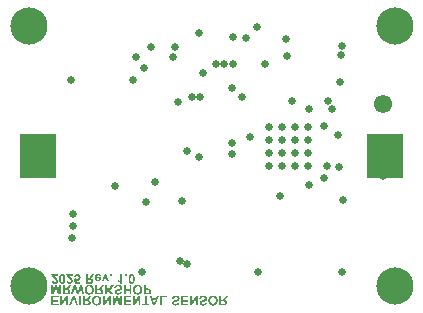
<source format=gbs>
G04*
G04 #@! TF.GenerationSoftware,Altium Limited,Altium Designer,24.5.2 (23)*
G04*
G04 Layer_Color=16711935*
%FSLAX25Y25*%
%MOIN*%
G70*
G04*
G04 #@! TF.SameCoordinates,DA11F9B2-49B4-46D7-84E3-7535E75C2908*
G04*
G04*
G04 #@! TF.FilePolarity,Negative*
G04*
G01*
G75*
%ADD45C,0.12402*%
%ADD49C,0.02559*%
%ADD70C,0.06102*%
%ADD79R,0.12402X0.15158*%
G36*
X50115Y1463D02*
X49428D01*
X48182Y4665D01*
X48865D01*
X49132Y3937D01*
X50413D01*
X50694Y4665D01*
X51398D01*
X50115Y1463D01*
D02*
G37*
G36*
X73863Y4044D02*
X73822Y3975D01*
X73780Y3916D01*
X73742Y3857D01*
X73707Y3805D01*
X73676Y3756D01*
X73645Y3715D01*
X73617Y3677D01*
X73593Y3642D01*
X73572Y3614D01*
X73551Y3590D01*
X73534Y3569D01*
X73520Y3552D01*
X73509Y3541D01*
X73502Y3531D01*
X73495Y3524D01*
X73443Y3472D01*
X73384Y3420D01*
X73325Y3375D01*
X73270Y3336D01*
X73221Y3302D01*
X73183Y3277D01*
X73169Y3267D01*
X73159Y3264D01*
X73152Y3257D01*
X73148D01*
X73225Y3243D01*
X73298Y3225D01*
X73364Y3205D01*
X73426Y3184D01*
X73485Y3159D01*
X73537Y3135D01*
X73582Y3111D01*
X73624Y3083D01*
X73662Y3059D01*
X73693Y3035D01*
X73721Y3014D01*
X73745Y2996D01*
X73763Y2979D01*
X73773Y2969D01*
X73780Y2962D01*
X73783Y2958D01*
X73822Y2913D01*
X73853Y2864D01*
X73881Y2816D01*
X73905Y2764D01*
X73926Y2715D01*
X73943Y2667D01*
X73967Y2569D01*
X73978Y2528D01*
X73985Y2486D01*
X73988Y2452D01*
X73992Y2420D01*
X73995Y2396D01*
Y2379D01*
Y2365D01*
Y2361D01*
X73988Y2257D01*
X73974Y2164D01*
X73950Y2077D01*
X73926Y2004D01*
X73912Y1973D01*
X73898Y1942D01*
X73887Y1917D01*
X73874Y1896D01*
X73867Y1879D01*
X73860Y1869D01*
X73853Y1862D01*
Y1858D01*
X73797Y1782D01*
X73735Y1716D01*
X73676Y1664D01*
X73617Y1619D01*
X73561Y1588D01*
X73541Y1577D01*
X73520Y1567D01*
X73502Y1560D01*
X73492Y1553D01*
X73485Y1549D01*
X73482D01*
X73436Y1536D01*
X73384Y1522D01*
X73325Y1508D01*
X73266Y1501D01*
X73145Y1483D01*
X73020Y1473D01*
X72965Y1470D01*
X72909Y1466D01*
X72860D01*
X72819Y1463D01*
X71375Y1463D01*
Y4665D01*
X72021D01*
Y3330D01*
X72229D01*
X72295Y3336D01*
X72350Y3340D01*
X72395Y3347D01*
X72430Y3354D01*
X72454Y3361D01*
X72472Y3364D01*
X72475Y3368D01*
X72513Y3382D01*
X72548Y3402D01*
X72583Y3423D01*
X72611Y3447D01*
X72635Y3468D01*
X72656Y3482D01*
X72666Y3496D01*
X72670Y3500D01*
X72690Y3520D01*
X72711Y3548D01*
X72736Y3579D01*
X72763Y3614D01*
X72819Y3690D01*
X72878Y3770D01*
X72930Y3847D01*
X72954Y3878D01*
X72971Y3909D01*
X72989Y3933D01*
X73003Y3951D01*
X73010Y3965D01*
X73013Y3968D01*
X73482Y4665D01*
X74255D01*
X73863Y4044D01*
D02*
G37*
G36*
X28382Y4044D02*
X28340Y3975D01*
X28299Y3916D01*
X28260Y3857D01*
X28226Y3805D01*
X28195Y3756D01*
X28163Y3715D01*
X28136Y3677D01*
X28111Y3642D01*
X28091Y3614D01*
X28070Y3590D01*
X28052Y3569D01*
X28038Y3552D01*
X28028Y3541D01*
X28021Y3531D01*
X28014Y3524D01*
X27962Y3472D01*
X27903Y3420D01*
X27844Y3375D01*
X27789Y3336D01*
X27740Y3302D01*
X27702Y3277D01*
X27688Y3267D01*
X27678Y3263D01*
X27671Y3257D01*
X27667D01*
X27744Y3243D01*
X27816Y3225D01*
X27882Y3204D01*
X27945Y3184D01*
X28004Y3159D01*
X28056Y3135D01*
X28101Y3111D01*
X28142Y3083D01*
X28181Y3059D01*
X28212Y3035D01*
X28240Y3014D01*
X28264Y2996D01*
X28281Y2979D01*
X28292Y2969D01*
X28299Y2962D01*
X28302Y2958D01*
X28340Y2913D01*
X28372Y2864D01*
X28399Y2816D01*
X28424Y2764D01*
X28444Y2715D01*
X28462Y2667D01*
X28486Y2569D01*
X28497Y2528D01*
X28503Y2486D01*
X28507Y2452D01*
X28510Y2420D01*
X28514Y2396D01*
Y2379D01*
Y2365D01*
Y2361D01*
X28507Y2257D01*
X28493Y2164D01*
X28469Y2077D01*
X28444Y2004D01*
X28431Y1973D01*
X28417Y1942D01*
X28406Y1917D01*
X28392Y1896D01*
X28385Y1879D01*
X28378Y1869D01*
X28372Y1862D01*
Y1858D01*
X28316Y1782D01*
X28254Y1716D01*
X28195Y1664D01*
X28136Y1619D01*
X28080Y1588D01*
X28059Y1577D01*
X28038Y1567D01*
X28021Y1560D01*
X28011Y1553D01*
X28004Y1549D01*
X28000D01*
X27955Y1536D01*
X27903Y1522D01*
X27844Y1508D01*
X27785Y1501D01*
X27664Y1483D01*
X27539Y1473D01*
X27483Y1469D01*
X27428Y1466D01*
X27379D01*
X27338Y1463D01*
X25894D01*
Y4665D01*
X26539D01*
Y3330D01*
X26748D01*
X26814Y3336D01*
X26869Y3340D01*
X26914Y3347D01*
X26949Y3354D01*
X26973Y3361D01*
X26991Y3364D01*
X26994Y3368D01*
X27032Y3382D01*
X27067Y3402D01*
X27101Y3423D01*
X27129Y3447D01*
X27154Y3468D01*
X27174Y3482D01*
X27185Y3496D01*
X27188Y3500D01*
X27209Y3520D01*
X27230Y3548D01*
X27254Y3579D01*
X27282Y3614D01*
X27338Y3690D01*
X27397Y3770D01*
X27448Y3847D01*
X27473Y3878D01*
X27490Y3909D01*
X27507Y3933D01*
X27521Y3951D01*
X27528Y3965D01*
X27532Y3968D01*
X28000Y4665D01*
X28774D01*
X28382Y4044D01*
D02*
G37*
G36*
X64227Y1463D02*
X63630D01*
Y3614D01*
X62312Y1463D01*
X61687D01*
Y4665D01*
X62284D01*
Y2563D01*
X63582Y4665D01*
X64227D01*
Y1463D01*
D02*
G37*
G36*
X45094D02*
X44497D01*
Y3614D01*
X43178Y1463D01*
X42553D01*
Y4665D01*
X43150D01*
Y2563D01*
X44448Y4665D01*
X45094D01*
Y1463D01*
D02*
G37*
G36*
X35152D02*
X34555D01*
Y3614D01*
X33237Y1463D01*
X32612D01*
Y4665D01*
X33209D01*
Y2563D01*
X34506Y4665D01*
X35152D01*
Y1463D01*
D02*
G37*
G36*
X20984D02*
X20387D01*
Y3614D01*
X19069Y1463D01*
X18444D01*
Y4665D01*
X19041D01*
Y2563D01*
X20338Y4665D01*
X20984D01*
Y1463D01*
D02*
G37*
G36*
X38913D02*
X37942D01*
X37373Y3649D01*
X36797Y1463D01*
X35829D01*
Y4665D01*
X36425D01*
Y2146D01*
X37057Y4665D01*
X37681D01*
X38313Y2146D01*
X38317Y4665D01*
X38913D01*
Y1463D01*
D02*
G37*
G36*
X54008Y4124D02*
X52401D01*
Y1490D01*
X51756D01*
Y4665D01*
X54008D01*
Y4124D01*
D02*
G37*
G36*
X61132D02*
X59341D01*
Y3253D01*
X60948D01*
Y2712D01*
X59341D01*
Y2004D01*
X61069D01*
Y1463D01*
X58696D01*
Y4665D01*
X61132D01*
Y4124D01*
D02*
G37*
G36*
X47148Y2004D02*
X48092D01*
Y1463D01*
X45551D01*
Y2004D01*
X46502D01*
Y4665D01*
X47148D01*
Y2004D01*
D02*
G37*
G36*
X41998Y4124D02*
X40208D01*
Y3253D01*
X41814D01*
Y2712D01*
X40208D01*
Y2004D01*
X41936D01*
Y1463D01*
X39562D01*
Y4665D01*
X41998D01*
Y4124D01*
D02*
G37*
G36*
X25276Y1463D02*
X24631D01*
Y4665D01*
X25276D01*
Y1463D01*
D02*
G37*
G36*
X24322D02*
X23635D01*
X22851Y3833D01*
X22039Y1463D01*
X21341D01*
X22483Y4665D01*
X23177D01*
X24322Y1463D01*
D02*
G37*
G36*
X17889Y4124D02*
X16098D01*
Y3253D01*
X17705D01*
Y2712D01*
X16098D01*
Y2004D01*
X17826D01*
Y1463D01*
X15453D01*
Y4665D01*
X17889D01*
Y4124D01*
D02*
G37*
G36*
X69446Y4721D02*
X69571Y4707D01*
X69685Y4683D01*
X69793Y4655D01*
X69894Y4624D01*
X69987Y4586D01*
X70070Y4547D01*
X70147Y4506D01*
X70216Y4464D01*
X70275Y4426D01*
X70327Y4388D01*
X70369Y4357D01*
X70404Y4329D01*
X70424Y4304D01*
X70442Y4291D01*
X70445Y4287D01*
X70522Y4200D01*
X70584Y4110D01*
X70643Y4013D01*
X70692Y3912D01*
X70730Y3812D01*
X70764Y3711D01*
X70792Y3610D01*
X70817Y3517D01*
X70834Y3427D01*
X70848Y3340D01*
X70855Y3267D01*
X70862Y3201D01*
X70865Y3146D01*
X70869Y3125D01*
Y3107D01*
Y3094D01*
Y3083D01*
Y3076D01*
Y3073D01*
X70865Y2930D01*
X70851Y2795D01*
X70831Y2670D01*
X70803Y2552D01*
X70771Y2445D01*
X70733Y2344D01*
X70695Y2250D01*
X70657Y2170D01*
X70615Y2094D01*
X70577Y2032D01*
X70542Y1976D01*
X70508Y1931D01*
X70480Y1896D01*
X70459Y1872D01*
X70445Y1855D01*
X70442Y1851D01*
X70359Y1775D01*
X70272Y1705D01*
X70182Y1647D01*
X70088Y1598D01*
X69991Y1553D01*
X69897Y1518D01*
X69807Y1490D01*
X69717Y1466D01*
X69633Y1449D01*
X69557Y1435D01*
X69488Y1424D01*
X69429Y1417D01*
X69380Y1414D01*
X69342Y1411D01*
X69311D01*
X69168Y1417D01*
X69037Y1431D01*
X68977Y1442D01*
X68919Y1452D01*
X68866Y1463D01*
X68818Y1473D01*
X68773Y1487D01*
X68735Y1497D01*
X68700Y1508D01*
X68672Y1518D01*
X68651Y1529D01*
X68634Y1532D01*
X68624Y1539D01*
X68620D01*
X68537Y1577D01*
X68461Y1622D01*
X68388Y1671D01*
X68329Y1719D01*
X68277Y1761D01*
X68256Y1778D01*
X68238Y1796D01*
X68225Y1810D01*
X68214Y1820D01*
X68207Y1823D01*
X68204Y1827D01*
X68138Y1903D01*
X68079Y1976D01*
X68027Y2052D01*
X67985Y2118D01*
X67954Y2181D01*
X67940Y2205D01*
X67930Y2226D01*
X67919Y2243D01*
X67912Y2257D01*
X67909Y2264D01*
Y2268D01*
X67884Y2330D01*
X67860Y2400D01*
X67825Y2535D01*
X67798Y2674D01*
X67791Y2740D01*
X67780Y2802D01*
X67777Y2864D01*
X67770Y2916D01*
X67766Y2965D01*
Y3007D01*
X67763Y3042D01*
Y3069D01*
Y3083D01*
Y3090D01*
X67766Y3229D01*
X67780Y3361D01*
X67801Y3486D01*
X67829Y3600D01*
X67860Y3708D01*
X67895Y3805D01*
X67933Y3895D01*
X67975Y3975D01*
X68013Y4048D01*
X68051Y4110D01*
X68086Y4166D01*
X68117Y4211D01*
X68145Y4246D01*
X68165Y4270D01*
X68179Y4284D01*
X68183Y4291D01*
X68266Y4367D01*
X68353Y4433D01*
X68443Y4492D01*
X68537Y4541D01*
X68630Y4582D01*
X68728Y4617D01*
X68818Y4648D01*
X68908Y4669D01*
X68991Y4690D01*
X69068Y4700D01*
X69141Y4710D01*
X69200Y4718D01*
X69248Y4721D01*
X69286Y4724D01*
X69318D01*
X69446Y4721D01*
D02*
G37*
G36*
X66212D02*
X66285Y4714D01*
X66347Y4707D01*
X66410Y4697D01*
X66469Y4690D01*
X66521Y4679D01*
X66569Y4665D01*
X66611Y4655D01*
X66649Y4645D01*
X66684Y4638D01*
X66712Y4627D01*
X66732Y4620D01*
X66746Y4613D01*
X66757Y4610D01*
X66760D01*
X66861Y4561D01*
X66948Y4506D01*
X67020Y4443D01*
X67083Y4388D01*
X67131Y4336D01*
X67149Y4312D01*
X67166Y4291D01*
X67177Y4277D01*
X67187Y4263D01*
X67194Y4256D01*
Y4253D01*
X67222Y4207D01*
X67246Y4159D01*
X67284Y4069D01*
X67312Y3982D01*
X67329Y3902D01*
X67336Y3867D01*
X67343Y3836D01*
X67347Y3805D01*
Y3781D01*
X67350Y3763D01*
Y3746D01*
Y3739D01*
Y3735D01*
X67343Y3628D01*
X67329Y3527D01*
X67308Y3441D01*
X67298Y3402D01*
X67288Y3368D01*
X67274Y3336D01*
X67263Y3309D01*
X67253Y3284D01*
X67242Y3263D01*
X67232Y3246D01*
X67229Y3236D01*
X67222Y3229D01*
Y3225D01*
X67170Y3153D01*
X67111Y3087D01*
X67052Y3031D01*
X66996Y2983D01*
X66944Y2948D01*
X66902Y2920D01*
X66885Y2913D01*
X66875Y2906D01*
X66868Y2899D01*
X66864D01*
X66819Y2878D01*
X66771Y2854D01*
X66715Y2833D01*
X66659Y2812D01*
X66545Y2774D01*
X66430Y2740D01*
X66378Y2726D01*
X66326Y2712D01*
X66285Y2698D01*
X66243Y2688D01*
X66212Y2681D01*
X66188Y2674D01*
X66174Y2670D01*
X66167D01*
X66084Y2649D01*
X66007Y2629D01*
X65938Y2608D01*
X65875Y2587D01*
X65820Y2569D01*
X65771Y2552D01*
X65730Y2535D01*
X65695Y2521D01*
X65664Y2507D01*
X65636Y2493D01*
X65615Y2483D01*
X65601Y2472D01*
X65587Y2465D01*
X65580Y2458D01*
X65573Y2455D01*
X65542Y2424D01*
X65518Y2393D01*
X65504Y2358D01*
X65490Y2327D01*
X65483Y2302D01*
X65480Y2278D01*
Y2264D01*
Y2261D01*
X65483Y2216D01*
X65497Y2177D01*
X65511Y2143D01*
X65532Y2115D01*
X65549Y2094D01*
X65566Y2077D01*
X65577Y2066D01*
X65580Y2063D01*
X65646Y2025D01*
X65716Y1994D01*
X65792Y1973D01*
X65861Y1959D01*
X65927Y1952D01*
X65955Y1948D01*
X65979Y1945D01*
X66025D01*
X66122Y1948D01*
X66205Y1962D01*
X66274Y1980D01*
X66333Y2001D01*
X66378Y2021D01*
X66410Y2039D01*
X66427Y2052D01*
X66434Y2056D01*
X66483Y2101D01*
X66521Y2157D01*
X66552Y2216D01*
X66576Y2271D01*
X66594Y2323D01*
X66601Y2348D01*
X66607Y2368D01*
X66611Y2382D01*
Y2396D01*
X66614Y2403D01*
Y2406D01*
X67260Y2382D01*
X67253Y2302D01*
X67242Y2226D01*
X67225Y2153D01*
X67201Y2087D01*
X67177Y2025D01*
X67149Y1966D01*
X67121Y1914D01*
X67093Y1865D01*
X67062Y1823D01*
X67034Y1785D01*
X67010Y1751D01*
X66986Y1726D01*
X66965Y1705D01*
X66951Y1688D01*
X66941Y1681D01*
X66937Y1678D01*
X66878Y1629D01*
X66812Y1591D01*
X66739Y1553D01*
X66667Y1522D01*
X66594Y1497D01*
X66517Y1476D01*
X66441Y1459D01*
X66372Y1445D01*
X66302Y1431D01*
X66236Y1424D01*
X66181Y1417D01*
X66129Y1414D01*
X66090Y1411D01*
X66031D01*
X65896Y1414D01*
X65837Y1421D01*
X65775Y1428D01*
X65719Y1438D01*
X65667Y1445D01*
X65622Y1456D01*
X65577Y1466D01*
X65535Y1480D01*
X65500Y1490D01*
X65473Y1497D01*
X65445Y1508D01*
X65428Y1515D01*
X65410Y1522D01*
X65403Y1525D01*
X65400D01*
X65310Y1570D01*
X65226Y1622D01*
X65161Y1674D01*
X65101Y1726D01*
X65060Y1775D01*
X65025Y1813D01*
X65015Y1827D01*
X65008Y1837D01*
X65001Y1844D01*
Y1848D01*
X64956Y1928D01*
X64921Y2007D01*
X64897Y2087D01*
X64879Y2157D01*
X64869Y2216D01*
X64865Y2243D01*
Y2264D01*
X64862Y2282D01*
Y2295D01*
Y2302D01*
Y2306D01*
X64865Y2375D01*
X64876Y2441D01*
X64890Y2507D01*
X64907Y2566D01*
X64931Y2622D01*
X64956Y2677D01*
X64983Y2726D01*
X65011Y2771D01*
X65036Y2812D01*
X65063Y2847D01*
X65088Y2878D01*
X65112Y2903D01*
X65129Y2923D01*
X65143Y2937D01*
X65153Y2948D01*
X65157Y2951D01*
X65199Y2986D01*
X65247Y3017D01*
X65303Y3048D01*
X65358Y3080D01*
X65480Y3132D01*
X65601Y3180D01*
X65657Y3198D01*
X65709Y3215D01*
X65757Y3232D01*
X65802Y3243D01*
X65837Y3253D01*
X65861Y3260D01*
X65879Y3267D01*
X65886D01*
X65959Y3284D01*
X66025Y3302D01*
X66084Y3316D01*
X66136Y3330D01*
X66184Y3343D01*
X66226Y3354D01*
X66264Y3364D01*
X66295Y3375D01*
X66323Y3382D01*
X66344Y3388D01*
X66365Y3395D01*
X66378Y3399D01*
X66389Y3402D01*
X66396D01*
X66403Y3406D01*
X66462Y3430D01*
X66510Y3451D01*
X66549Y3475D01*
X66583Y3496D01*
X66604Y3517D01*
X66621Y3531D01*
X66632Y3541D01*
X66635Y3545D01*
X66659Y3576D01*
X66677Y3607D01*
X66687Y3642D01*
X66698Y3673D01*
X66701Y3697D01*
X66705Y3718D01*
Y3735D01*
Y3739D01*
Y3770D01*
X66698Y3801D01*
X66680Y3860D01*
X66653Y3916D01*
X66625Y3961D01*
X66597Y3996D01*
X66569Y4024D01*
X66552Y4041D01*
X66549Y4048D01*
X66545D01*
X66514Y4072D01*
X66479Y4093D01*
X66403Y4124D01*
X66323Y4148D01*
X66247Y4162D01*
X66177Y4173D01*
X66149Y4176D01*
X66122D01*
X66101Y4180D01*
X66070D01*
X65965Y4173D01*
X65872Y4155D01*
X65792Y4135D01*
X65723Y4107D01*
X65695Y4093D01*
X65671Y4079D01*
X65646Y4069D01*
X65629Y4058D01*
X65615Y4048D01*
X65605Y4041D01*
X65601Y4034D01*
X65598D01*
X65566Y4003D01*
X65539Y3971D01*
X65490Y3899D01*
X65448Y3819D01*
X65417Y3742D01*
X65396Y3673D01*
X65386Y3645D01*
X65379Y3618D01*
X65376Y3597D01*
X65372Y3579D01*
X65369Y3569D01*
Y3565D01*
X64741Y3628D01*
X64754Y3725D01*
X64775Y3819D01*
X64800Y3902D01*
X64827Y3982D01*
X64859Y4055D01*
X64890Y4124D01*
X64925Y4183D01*
X64959Y4239D01*
X64990Y4287D01*
X65022Y4329D01*
X65053Y4363D01*
X65077Y4395D01*
X65098Y4416D01*
X65115Y4433D01*
X65126Y4443D01*
X65129Y4447D01*
X65195Y4495D01*
X65265Y4537D01*
X65338Y4575D01*
X65414Y4606D01*
X65490Y4634D01*
X65566Y4655D01*
X65643Y4676D01*
X65719Y4690D01*
X65789Y4700D01*
X65855Y4710D01*
X65913Y4718D01*
X65962Y4721D01*
X66004D01*
X66035Y4724D01*
X66139D01*
X66212Y4721D01*
D02*
G37*
G36*
X57013D02*
X57086Y4714D01*
X57148Y4707D01*
X57211Y4697D01*
X57270Y4690D01*
X57322Y4679D01*
X57370Y4665D01*
X57412Y4655D01*
X57450Y4645D01*
X57485Y4638D01*
X57513Y4627D01*
X57533Y4620D01*
X57547Y4613D01*
X57558Y4610D01*
X57561D01*
X57662Y4561D01*
X57749Y4506D01*
X57821Y4443D01*
X57884Y4388D01*
X57933Y4336D01*
X57950Y4312D01*
X57967Y4291D01*
X57978Y4277D01*
X57988Y4263D01*
X57995Y4256D01*
Y4253D01*
X58023Y4207D01*
X58047Y4159D01*
X58085Y4069D01*
X58113Y3982D01*
X58130Y3902D01*
X58137Y3867D01*
X58144Y3836D01*
X58148Y3805D01*
Y3781D01*
X58151Y3763D01*
Y3746D01*
Y3739D01*
Y3735D01*
X58144Y3628D01*
X58130Y3527D01*
X58109Y3441D01*
X58099Y3402D01*
X58089Y3368D01*
X58075Y3336D01*
X58064Y3309D01*
X58054Y3284D01*
X58043Y3263D01*
X58033Y3246D01*
X58030Y3236D01*
X58023Y3229D01*
Y3225D01*
X57971Y3153D01*
X57912Y3087D01*
X57853Y3031D01*
X57797Y2983D01*
X57745Y2948D01*
X57703Y2920D01*
X57686Y2913D01*
X57676Y2906D01*
X57669Y2899D01*
X57665D01*
X57620Y2878D01*
X57572Y2854D01*
X57516Y2833D01*
X57461Y2812D01*
X57346Y2774D01*
X57231Y2740D01*
X57179Y2726D01*
X57127Y2712D01*
X57086Y2698D01*
X57044Y2688D01*
X57013Y2681D01*
X56989Y2674D01*
X56975Y2670D01*
X56968D01*
X56884Y2649D01*
X56808Y2629D01*
X56739Y2608D01*
X56676Y2587D01*
X56621Y2569D01*
X56572Y2552D01*
X56531Y2535D01*
X56496Y2521D01*
X56465Y2507D01*
X56437Y2493D01*
X56416Y2483D01*
X56402Y2472D01*
X56388Y2465D01*
X56381Y2458D01*
X56374Y2455D01*
X56343Y2424D01*
X56319Y2393D01*
X56305Y2358D01*
X56291Y2327D01*
X56284Y2302D01*
X56281Y2278D01*
Y2264D01*
Y2261D01*
X56284Y2216D01*
X56298Y2177D01*
X56312Y2143D01*
X56333Y2115D01*
X56350Y2094D01*
X56367Y2077D01*
X56378Y2066D01*
X56381Y2063D01*
X56447Y2025D01*
X56517Y1994D01*
X56593Y1973D01*
X56662Y1959D01*
X56728Y1952D01*
X56756Y1948D01*
X56780Y1945D01*
X56826D01*
X56923Y1948D01*
X57006Y1962D01*
X57075Y1980D01*
X57134Y2001D01*
X57179Y2021D01*
X57211Y2039D01*
X57228Y2052D01*
X57235Y2056D01*
X57284Y2101D01*
X57322Y2157D01*
X57353Y2216D01*
X57377Y2271D01*
X57395Y2323D01*
X57402Y2348D01*
X57408Y2368D01*
X57412Y2382D01*
Y2396D01*
X57415Y2403D01*
Y2406D01*
X58061Y2382D01*
X58054Y2302D01*
X58043Y2226D01*
X58026Y2153D01*
X58002Y2087D01*
X57978Y2025D01*
X57950Y1966D01*
X57922Y1914D01*
X57894Y1865D01*
X57863Y1823D01*
X57835Y1785D01*
X57811Y1751D01*
X57787Y1726D01*
X57766Y1705D01*
X57752Y1688D01*
X57742Y1681D01*
X57738Y1678D01*
X57679Y1629D01*
X57613Y1591D01*
X57540Y1553D01*
X57468Y1522D01*
X57395Y1497D01*
X57318Y1476D01*
X57242Y1459D01*
X57173Y1445D01*
X57103Y1431D01*
X57037Y1424D01*
X56982Y1417D01*
X56930Y1414D01*
X56892Y1411D01*
X56832D01*
X56697Y1414D01*
X56638Y1421D01*
X56576Y1428D01*
X56520Y1438D01*
X56468Y1445D01*
X56423Y1456D01*
X56378Y1466D01*
X56336Y1480D01*
X56302Y1490D01*
X56274Y1497D01*
X56246Y1508D01*
X56229Y1515D01*
X56211Y1522D01*
X56204Y1525D01*
X56201D01*
X56111Y1570D01*
X56027Y1622D01*
X55962Y1674D01*
X55902Y1726D01*
X55861Y1775D01*
X55826Y1813D01*
X55816Y1827D01*
X55809Y1837D01*
X55802Y1844D01*
Y1848D01*
X55757Y1928D01*
X55722Y2007D01*
X55698Y2087D01*
X55680Y2157D01*
X55670Y2216D01*
X55667Y2243D01*
Y2264D01*
X55663Y2282D01*
Y2295D01*
Y2302D01*
Y2306D01*
X55667Y2375D01*
X55677Y2441D01*
X55691Y2507D01*
X55708Y2566D01*
X55733Y2622D01*
X55757Y2677D01*
X55784Y2726D01*
X55812Y2771D01*
X55837Y2812D01*
X55864Y2847D01*
X55889Y2878D01*
X55913Y2903D01*
X55930Y2923D01*
X55944Y2937D01*
X55955Y2948D01*
X55958Y2951D01*
X56000Y2986D01*
X56048Y3017D01*
X56104Y3048D01*
X56159Y3080D01*
X56281Y3132D01*
X56402Y3180D01*
X56458Y3198D01*
X56510Y3215D01*
X56558Y3232D01*
X56603Y3243D01*
X56638Y3253D01*
X56662Y3260D01*
X56680Y3267D01*
X56687D01*
X56760Y3284D01*
X56826Y3302D01*
X56884Y3316D01*
X56937Y3330D01*
X56985Y3343D01*
X57027Y3354D01*
X57065Y3364D01*
X57096Y3375D01*
X57124Y3382D01*
X57145Y3388D01*
X57166Y3395D01*
X57179Y3399D01*
X57190Y3402D01*
X57197D01*
X57204Y3406D01*
X57263Y3430D01*
X57311Y3451D01*
X57349Y3475D01*
X57384Y3496D01*
X57405Y3517D01*
X57422Y3531D01*
X57433Y3541D01*
X57436Y3545D01*
X57461Y3576D01*
X57478Y3607D01*
X57488Y3642D01*
X57499Y3673D01*
X57502Y3697D01*
X57506Y3718D01*
Y3735D01*
Y3739D01*
Y3770D01*
X57499Y3801D01*
X57481Y3860D01*
X57454Y3916D01*
X57426Y3961D01*
X57398Y3996D01*
X57370Y4024D01*
X57353Y4041D01*
X57349Y4048D01*
X57346D01*
X57315Y4072D01*
X57280Y4093D01*
X57204Y4124D01*
X57124Y4148D01*
X57048Y4162D01*
X56978Y4173D01*
X56950Y4176D01*
X56923D01*
X56902Y4180D01*
X56871D01*
X56766Y4173D01*
X56673Y4155D01*
X56593Y4135D01*
X56524Y4107D01*
X56496Y4093D01*
X56472Y4079D01*
X56447Y4069D01*
X56430Y4058D01*
X56416Y4048D01*
X56406Y4041D01*
X56402Y4034D01*
X56399D01*
X56367Y4003D01*
X56340Y3971D01*
X56291Y3899D01*
X56249Y3819D01*
X56218Y3742D01*
X56198Y3673D01*
X56187Y3645D01*
X56180Y3618D01*
X56177Y3597D01*
X56173Y3579D01*
X56170Y3569D01*
Y3565D01*
X55542Y3628D01*
X55555Y3725D01*
X55576Y3819D01*
X55601Y3902D01*
X55628Y3982D01*
X55660Y4055D01*
X55691Y4124D01*
X55726Y4183D01*
X55760Y4239D01*
X55791Y4287D01*
X55823Y4329D01*
X55854Y4363D01*
X55878Y4395D01*
X55899Y4416D01*
X55916Y4433D01*
X55927Y4443D01*
X55930Y4447D01*
X55996Y4495D01*
X56066Y4537D01*
X56138Y4575D01*
X56215Y4606D01*
X56291Y4634D01*
X56367Y4655D01*
X56444Y4676D01*
X56520Y4690D01*
X56590Y4700D01*
X56656Y4710D01*
X56714Y4718D01*
X56763Y4721D01*
X56805D01*
X56836Y4724D01*
X56940D01*
X57013Y4721D01*
D02*
G37*
G36*
X30676D02*
X30801Y4707D01*
X30915Y4683D01*
X31023Y4655D01*
X31123Y4624D01*
X31217Y4586D01*
X31300Y4547D01*
X31377Y4506D01*
X31446Y4464D01*
X31505Y4426D01*
X31557Y4388D01*
X31599Y4357D01*
X31633Y4329D01*
X31654Y4304D01*
X31672Y4291D01*
X31675Y4287D01*
X31751Y4200D01*
X31814Y4110D01*
X31873Y4013D01*
X31921Y3912D01*
X31960Y3812D01*
X31994Y3711D01*
X32022Y3610D01*
X32046Y3517D01*
X32064Y3427D01*
X32078Y3340D01*
X32084Y3267D01*
X32091Y3201D01*
X32095Y3146D01*
X32098Y3125D01*
Y3107D01*
Y3094D01*
Y3083D01*
Y3076D01*
Y3073D01*
X32095Y2930D01*
X32081Y2795D01*
X32060Y2670D01*
X32032Y2552D01*
X32001Y2445D01*
X31963Y2344D01*
X31925Y2250D01*
X31887Y2170D01*
X31845Y2094D01*
X31807Y2032D01*
X31772Y1976D01*
X31737Y1931D01*
X31710Y1896D01*
X31689Y1872D01*
X31675Y1855D01*
X31672Y1851D01*
X31588Y1775D01*
X31501Y1705D01*
X31411Y1647D01*
X31318Y1598D01*
X31220Y1553D01*
X31127Y1518D01*
X31036Y1490D01*
X30946Y1466D01*
X30863Y1449D01*
X30787Y1435D01*
X30717Y1424D01*
X30658Y1417D01*
X30610Y1414D01*
X30571Y1411D01*
X30540D01*
X30398Y1417D01*
X30266Y1431D01*
X30207Y1442D01*
X30148Y1452D01*
X30096Y1463D01*
X30048Y1473D01*
X30002Y1487D01*
X29964Y1497D01*
X29930Y1508D01*
X29902Y1518D01*
X29881Y1529D01*
X29864Y1532D01*
X29853Y1539D01*
X29850D01*
X29766Y1577D01*
X29690Y1622D01*
X29617Y1671D01*
X29558Y1719D01*
X29506Y1761D01*
X29485Y1778D01*
X29468Y1796D01*
X29454Y1810D01*
X29444Y1820D01*
X29437Y1823D01*
X29433Y1827D01*
X29367Y1903D01*
X29308Y1976D01*
X29256Y2052D01*
X29215Y2118D01*
X29184Y2181D01*
X29170Y2205D01*
X29159Y2226D01*
X29149Y2243D01*
X29142Y2257D01*
X29138Y2264D01*
Y2268D01*
X29114Y2330D01*
X29090Y2400D01*
X29055Y2535D01*
X29027Y2674D01*
X29020Y2740D01*
X29010Y2802D01*
X29006Y2864D01*
X29000Y2916D01*
X28996Y2965D01*
Y3007D01*
X28993Y3042D01*
Y3069D01*
Y3083D01*
Y3090D01*
X28996Y3229D01*
X29010Y3361D01*
X29031Y3486D01*
X29059Y3600D01*
X29090Y3708D01*
X29125Y3805D01*
X29163Y3895D01*
X29204Y3975D01*
X29243Y4048D01*
X29281Y4110D01*
X29315Y4166D01*
X29347Y4211D01*
X29374Y4246D01*
X29395Y4270D01*
X29409Y4284D01*
X29412Y4291D01*
X29496Y4367D01*
X29583Y4433D01*
X29673Y4492D01*
X29766Y4541D01*
X29860Y4582D01*
X29957Y4617D01*
X30048Y4648D01*
X30138Y4669D01*
X30221Y4690D01*
X30297Y4700D01*
X30370Y4710D01*
X30429Y4718D01*
X30478Y4721D01*
X30516Y4724D01*
X30547D01*
X30676Y4721D01*
D02*
G37*
G36*
X32608Y7686D02*
X32567Y7617D01*
X32525Y7558D01*
X32487Y7499D01*
X32452Y7447D01*
X32421Y7398D01*
X32390Y7356D01*
X32362Y7318D01*
X32338Y7283D01*
X32317Y7256D01*
X32296Y7231D01*
X32279Y7211D01*
X32265Y7193D01*
X32254Y7183D01*
X32247Y7173D01*
X32241Y7165D01*
X32188Y7113D01*
X32130Y7061D01*
X32071Y7016D01*
X32015Y6978D01*
X31967Y6943D01*
X31928Y6919D01*
X31914Y6909D01*
X31904Y6905D01*
X31897Y6898D01*
X31894D01*
X31970Y6884D01*
X32043Y6867D01*
X32109Y6846D01*
X32171Y6825D01*
X32230Y6801D01*
X32282Y6777D01*
X32327Y6753D01*
X32369Y6725D01*
X32407Y6701D01*
X32438Y6676D01*
X32466Y6655D01*
X32490Y6638D01*
X32508Y6621D01*
X32518Y6610D01*
X32525Y6603D01*
X32529Y6600D01*
X32567Y6555D01*
X32598Y6506D01*
X32626Y6458D01*
X32650Y6406D01*
X32671Y6357D01*
X32688Y6308D01*
X32713Y6211D01*
X32723Y6170D01*
X32730Y6128D01*
X32733Y6093D01*
X32737Y6062D01*
X32740Y6038D01*
Y6020D01*
Y6007D01*
Y6003D01*
X32733Y5899D01*
X32719Y5805D01*
X32695Y5719D01*
X32671Y5646D01*
X32657Y5614D01*
X32643Y5583D01*
X32633Y5559D01*
X32619Y5538D01*
X32612Y5521D01*
X32605Y5510D01*
X32598Y5503D01*
Y5500D01*
X32542Y5424D01*
X32480Y5358D01*
X32421Y5306D01*
X32362Y5260D01*
X32307Y5229D01*
X32286Y5219D01*
X32265Y5208D01*
X32247Y5201D01*
X32237Y5195D01*
X32230Y5191D01*
X32227D01*
X32182Y5177D01*
X32130Y5163D01*
X32071Y5150D01*
X32012Y5142D01*
X31890Y5125D01*
X31765Y5115D01*
X31710Y5111D01*
X31654Y5108D01*
X31606D01*
X31564Y5104D01*
X30120D01*
Y8307D01*
X30766D01*
Y6971D01*
X30974D01*
X31040Y6978D01*
X31095Y6982D01*
X31141Y6989D01*
X31175Y6995D01*
X31200Y7002D01*
X31217Y7006D01*
X31220Y7009D01*
X31259Y7023D01*
X31293Y7044D01*
X31328Y7065D01*
X31356Y7089D01*
X31380Y7110D01*
X31401Y7124D01*
X31411Y7138D01*
X31415Y7141D01*
X31436Y7162D01*
X31456Y7190D01*
X31481Y7221D01*
X31508Y7256D01*
X31564Y7332D01*
X31623Y7412D01*
X31675Y7488D01*
X31699Y7519D01*
X31717Y7551D01*
X31734Y7575D01*
X31748Y7592D01*
X31755Y7606D01*
X31758Y7610D01*
X32227Y8307D01*
X33000D01*
X32608Y7686D01*
D02*
G37*
G36*
X21674D02*
X21633Y7617D01*
X21591Y7558D01*
X21553Y7499D01*
X21518Y7447D01*
X21487Y7398D01*
X21456Y7356D01*
X21428Y7318D01*
X21404Y7283D01*
X21383Y7256D01*
X21362Y7231D01*
X21345Y7211D01*
X21331Y7193D01*
X21320Y7183D01*
X21314Y7173D01*
X21307Y7165D01*
X21255Y7113D01*
X21196Y7061D01*
X21137Y7016D01*
X21081Y6978D01*
X21033Y6943D01*
X20994Y6919D01*
X20980Y6909D01*
X20970Y6905D01*
X20963Y6898D01*
X20960D01*
X21036Y6884D01*
X21109Y6867D01*
X21175Y6846D01*
X21237Y6825D01*
X21296Y6801D01*
X21348Y6777D01*
X21393Y6753D01*
X21435Y6725D01*
X21473Y6701D01*
X21504Y6676D01*
X21532Y6655D01*
X21556Y6638D01*
X21574Y6621D01*
X21584Y6610D01*
X21591Y6603D01*
X21595Y6600D01*
X21633Y6555D01*
X21664Y6506D01*
X21692Y6458D01*
X21716Y6406D01*
X21737Y6357D01*
X21754Y6308D01*
X21779Y6211D01*
X21789Y6170D01*
X21796Y6128D01*
X21799Y6093D01*
X21803Y6062D01*
X21806Y6038D01*
Y6020D01*
Y6007D01*
Y6003D01*
X21799Y5899D01*
X21786Y5805D01*
X21761Y5719D01*
X21737Y5646D01*
X21723Y5614D01*
X21709Y5583D01*
X21699Y5559D01*
X21685Y5538D01*
X21678Y5521D01*
X21671Y5510D01*
X21664Y5503D01*
Y5500D01*
X21609Y5424D01*
X21546Y5358D01*
X21487Y5306D01*
X21428Y5260D01*
X21373Y5229D01*
X21352Y5219D01*
X21331Y5208D01*
X21314Y5201D01*
X21303Y5195D01*
X21296Y5191D01*
X21293D01*
X21248Y5177D01*
X21196Y5163D01*
X21137Y5150D01*
X21078Y5142D01*
X20956Y5125D01*
X20831Y5115D01*
X20776Y5111D01*
X20720Y5108D01*
X20672D01*
X20630Y5104D01*
X19186D01*
Y8307D01*
X19832D01*
Y6971D01*
X20040D01*
X20106Y6978D01*
X20162Y6982D01*
X20207Y6989D01*
X20241Y6995D01*
X20266Y7002D01*
X20283Y7006D01*
X20286Y7009D01*
X20325Y7023D01*
X20359Y7044D01*
X20394Y7065D01*
X20422Y7089D01*
X20446Y7110D01*
X20467Y7124D01*
X20477Y7138D01*
X20481Y7141D01*
X20502Y7162D01*
X20522Y7190D01*
X20547Y7221D01*
X20574Y7256D01*
X20630Y7332D01*
X20689Y7412D01*
X20741Y7488D01*
X20765Y7519D01*
X20783Y7551D01*
X20800Y7575D01*
X20814Y7592D01*
X20821Y7606D01*
X20824Y7610D01*
X21293Y8307D01*
X22067D01*
X21674Y7686D01*
D02*
G37*
G36*
X42127Y5104D02*
X41481D01*
Y6364D01*
X40211D01*
Y5104D01*
X39566D01*
Y8307D01*
X40211D01*
Y6905D01*
X41481D01*
Y8307D01*
X42127D01*
Y5104D01*
D02*
G37*
G36*
X34971Y6350D02*
X36182Y5104D01*
X35311D01*
X34003Y6527D01*
Y5104D01*
X33358D01*
Y8307D01*
X34003D01*
Y7343D01*
X34524Y6805D01*
X35409Y8307D01*
X36245D01*
X34971Y6350D01*
D02*
G37*
G36*
X26300Y5104D02*
X25648D01*
X25162Y7343D01*
X24607Y5104D01*
X23833D01*
X23246Y7308D01*
X22768Y5104D01*
X22105D01*
X22861Y8307D01*
X23566D01*
X24204Y5913D01*
X24836Y8307D01*
X25533D01*
X26300Y5104D01*
D02*
G37*
G36*
X18538D02*
X17566D01*
X16997Y7290D01*
X16421Y5104D01*
X15453D01*
Y8307D01*
X16050D01*
Y5788D01*
X16681Y8307D01*
X17306D01*
X17937Y5788D01*
X17941Y8307D01*
X18538D01*
Y5104D01*
D02*
G37*
G36*
X46922Y7100D02*
X47422D01*
X47498Y7096D01*
X47568D01*
X47633Y7093D01*
X47692Y7089D01*
X47748Y7086D01*
X47800Y7082D01*
X47845Y7075D01*
X47883Y7072D01*
X47918Y7068D01*
X47949Y7065D01*
X47974Y7061D01*
X47991Y7058D01*
X48005D01*
X48012Y7055D01*
X48015D01*
X48078Y7037D01*
X48140Y7016D01*
X48196Y6992D01*
X48244Y6968D01*
X48289Y6943D01*
X48321Y6923D01*
X48341Y6909D01*
X48345Y6905D01*
X48348D01*
X48407Y6857D01*
X48463Y6805D01*
X48508Y6753D01*
X48550Y6704D01*
X48581Y6659D01*
X48602Y6621D01*
X48612Y6607D01*
X48619Y6596D01*
X48623Y6593D01*
Y6589D01*
X48657Y6510D01*
X48685Y6426D01*
X48702Y6343D01*
X48716Y6267D01*
X48720Y6229D01*
X48723Y6197D01*
X48727Y6166D01*
X48730Y6142D01*
Y6121D01*
Y6107D01*
Y6097D01*
Y6093D01*
X48727Y6024D01*
X48723Y5954D01*
X48713Y5892D01*
X48702Y5833D01*
X48688Y5777D01*
X48671Y5725D01*
X48654Y5680D01*
X48636Y5635D01*
X48619Y5597D01*
X48602Y5566D01*
X48588Y5535D01*
X48570Y5510D01*
X48560Y5493D01*
X48550Y5479D01*
X48546Y5472D01*
X48543Y5469D01*
X48508Y5424D01*
X48470Y5385D01*
X48432Y5351D01*
X48390Y5316D01*
X48314Y5260D01*
X48241Y5219D01*
X48178Y5188D01*
X48151Y5177D01*
X48126Y5167D01*
X48109Y5160D01*
X48095Y5156D01*
X48085Y5153D01*
X48081D01*
X48043Y5146D01*
X47998Y5136D01*
X47946Y5129D01*
X47887Y5125D01*
X47824Y5122D01*
X47762Y5115D01*
X47630Y5111D01*
X47568Y5108D01*
X47512D01*
X47456Y5104D01*
X46277D01*
Y8307D01*
X46922D01*
Y7100D01*
D02*
G37*
G36*
X44347Y8363D02*
X44472Y8349D01*
X44587Y8325D01*
X44694Y8297D01*
X44795Y8265D01*
X44889Y8227D01*
X44972Y8189D01*
X45048Y8147D01*
X45118Y8106D01*
X45177Y8068D01*
X45229Y8030D01*
X45270Y7998D01*
X45305Y7971D01*
X45326Y7946D01*
X45343Y7932D01*
X45347Y7929D01*
X45423Y7842D01*
X45486Y7752D01*
X45545Y7655D01*
X45593Y7554D01*
X45631Y7453D01*
X45666Y7353D01*
X45694Y7252D01*
X45718Y7159D01*
X45735Y7068D01*
X45749Y6982D01*
X45756Y6909D01*
X45763Y6843D01*
X45767Y6787D01*
X45770Y6767D01*
Y6749D01*
Y6735D01*
Y6725D01*
Y6718D01*
Y6714D01*
X45767Y6572D01*
X45753Y6437D01*
X45732Y6312D01*
X45704Y6194D01*
X45673Y6086D01*
X45635Y5986D01*
X45597Y5892D01*
X45559Y5812D01*
X45517Y5736D01*
X45479Y5673D01*
X45444Y5618D01*
X45409Y5573D01*
X45382Y5538D01*
X45361Y5514D01*
X45347Y5497D01*
X45343Y5493D01*
X45260Y5417D01*
X45173Y5347D01*
X45083Y5288D01*
X44989Y5240D01*
X44892Y5195D01*
X44798Y5160D01*
X44708Y5132D01*
X44618Y5108D01*
X44535Y5091D01*
X44458Y5077D01*
X44389Y5066D01*
X44330Y5059D01*
X44282Y5056D01*
X44243Y5052D01*
X44212D01*
X44070Y5059D01*
X43938Y5073D01*
X43879Y5083D01*
X43820Y5094D01*
X43768Y5104D01*
X43719Y5115D01*
X43674Y5129D01*
X43636Y5139D01*
X43601Y5150D01*
X43574Y5160D01*
X43553Y5170D01*
X43535Y5174D01*
X43525Y5181D01*
X43522D01*
X43438Y5219D01*
X43362Y5264D01*
X43289Y5313D01*
X43230Y5361D01*
X43178Y5403D01*
X43157Y5420D01*
X43140Y5438D01*
X43126Y5451D01*
X43116Y5462D01*
X43109Y5465D01*
X43105Y5469D01*
X43039Y5545D01*
X42980Y5618D01*
X42928Y5694D01*
X42887Y5760D01*
X42855Y5823D01*
X42841Y5847D01*
X42831Y5868D01*
X42821Y5885D01*
X42814Y5899D01*
X42810Y5906D01*
Y5909D01*
X42786Y5972D01*
X42762Y6041D01*
X42727Y6177D01*
X42699Y6315D01*
X42692Y6381D01*
X42682Y6444D01*
X42678Y6506D01*
X42671Y6558D01*
X42668Y6607D01*
Y6649D01*
X42665Y6683D01*
Y6711D01*
Y6725D01*
Y6732D01*
X42668Y6871D01*
X42682Y7002D01*
X42703Y7127D01*
X42730Y7242D01*
X42762Y7349D01*
X42796Y7447D01*
X42834Y7537D01*
X42876Y7617D01*
X42914Y7689D01*
X42952Y7752D01*
X42987Y7807D01*
X43018Y7853D01*
X43046Y7887D01*
X43067Y7912D01*
X43081Y7925D01*
X43084Y7932D01*
X43168Y8009D01*
X43254Y8075D01*
X43345Y8134D01*
X43438Y8182D01*
X43532Y8224D01*
X43629Y8259D01*
X43719Y8290D01*
X43810Y8311D01*
X43893Y8331D01*
X43969Y8342D01*
X44042Y8352D01*
X44101Y8359D01*
X44150Y8363D01*
X44188Y8366D01*
X44219D01*
X44347Y8363D01*
D02*
G37*
G36*
X37883D02*
X37956Y8356D01*
X38018Y8349D01*
X38081Y8338D01*
X38140Y8331D01*
X38192Y8321D01*
X38240Y8307D01*
X38282Y8297D01*
X38320Y8286D01*
X38355Y8279D01*
X38383Y8269D01*
X38403Y8262D01*
X38417Y8255D01*
X38428Y8252D01*
X38431D01*
X38532Y8203D01*
X38618Y8147D01*
X38691Y8085D01*
X38754Y8030D01*
X38802Y7977D01*
X38820Y7953D01*
X38837Y7932D01*
X38848Y7919D01*
X38858Y7905D01*
X38865Y7898D01*
Y7894D01*
X38893Y7849D01*
X38917Y7801D01*
X38955Y7710D01*
X38983Y7624D01*
X39000Y7544D01*
X39007Y7509D01*
X39014Y7478D01*
X39018Y7447D01*
Y7422D01*
X39021Y7405D01*
Y7388D01*
Y7381D01*
Y7377D01*
X39014Y7270D01*
X39000Y7169D01*
X38979Y7082D01*
X38969Y7044D01*
X38958Y7009D01*
X38945Y6978D01*
X38934Y6950D01*
X38924Y6926D01*
X38913Y6905D01*
X38903Y6888D01*
X38899Y6877D01*
X38893Y6871D01*
Y6867D01*
X38840Y6794D01*
X38781Y6728D01*
X38723Y6673D01*
X38667Y6624D01*
X38615Y6589D01*
X38573Y6562D01*
X38556Y6555D01*
X38546Y6548D01*
X38539Y6541D01*
X38535D01*
X38490Y6520D01*
X38442Y6496D01*
X38386Y6475D01*
X38331Y6454D01*
X38216Y6416D01*
X38101Y6381D01*
X38049Y6367D01*
X37997Y6353D01*
X37956Y6340D01*
X37914Y6329D01*
X37883Y6322D01*
X37859Y6315D01*
X37845Y6312D01*
X37838D01*
X37754Y6291D01*
X37678Y6270D01*
X37609Y6250D01*
X37546Y6229D01*
X37491Y6211D01*
X37442Y6194D01*
X37400Y6177D01*
X37366Y6163D01*
X37335Y6149D01*
X37307Y6135D01*
X37286Y6125D01*
X37272Y6114D01*
X37258Y6107D01*
X37251Y6100D01*
X37244Y6097D01*
X37213Y6066D01*
X37189Y6034D01*
X37175Y6000D01*
X37161Y5968D01*
X37154Y5944D01*
X37151Y5920D01*
Y5906D01*
Y5903D01*
X37154Y5857D01*
X37168Y5819D01*
X37182Y5785D01*
X37203Y5757D01*
X37220Y5736D01*
X37237Y5719D01*
X37248Y5708D01*
X37251Y5705D01*
X37317Y5666D01*
X37387Y5635D01*
X37463Y5614D01*
X37532Y5601D01*
X37598Y5594D01*
X37626Y5590D01*
X37650Y5587D01*
X37695D01*
X37793Y5590D01*
X37876Y5604D01*
X37945Y5621D01*
X38004Y5642D01*
X38049Y5663D01*
X38081Y5680D01*
X38098Y5694D01*
X38105Y5698D01*
X38153Y5743D01*
X38192Y5798D01*
X38223Y5857D01*
X38247Y5913D01*
X38265Y5965D01*
X38271Y5989D01*
X38278Y6010D01*
X38282Y6024D01*
Y6038D01*
X38285Y6045D01*
Y6048D01*
X38931Y6024D01*
X38924Y5944D01*
X38913Y5868D01*
X38896Y5795D01*
X38872Y5729D01*
X38848Y5666D01*
X38820Y5607D01*
X38792Y5555D01*
X38764Y5507D01*
X38733Y5465D01*
X38705Y5427D01*
X38681Y5392D01*
X38657Y5368D01*
X38636Y5347D01*
X38622Y5330D01*
X38612Y5323D01*
X38608Y5319D01*
X38549Y5271D01*
X38483Y5233D01*
X38410Y5195D01*
X38337Y5163D01*
X38265Y5139D01*
X38188Y5118D01*
X38112Y5101D01*
X38042Y5087D01*
X37973Y5073D01*
X37907Y5066D01*
X37852Y5059D01*
X37800Y5056D01*
X37761Y5052D01*
X37702D01*
X37567Y5056D01*
X37508Y5063D01*
X37446Y5070D01*
X37390Y5080D01*
X37338Y5087D01*
X37293Y5097D01*
X37248Y5108D01*
X37206Y5122D01*
X37172Y5132D01*
X37144Y5139D01*
X37116Y5150D01*
X37099Y5156D01*
X37081Y5163D01*
X37074Y5167D01*
X37071D01*
X36981Y5212D01*
X36897Y5264D01*
X36831Y5316D01*
X36772Y5368D01*
X36731Y5417D01*
X36696Y5455D01*
X36686Y5469D01*
X36679Y5479D01*
X36672Y5486D01*
Y5489D01*
X36627Y5569D01*
X36592Y5649D01*
X36568Y5729D01*
X36550Y5798D01*
X36540Y5857D01*
X36536Y5885D01*
Y5906D01*
X36533Y5923D01*
Y5937D01*
Y5944D01*
Y5948D01*
X36536Y6017D01*
X36547Y6083D01*
X36561Y6149D01*
X36578Y6208D01*
X36602Y6263D01*
X36627Y6319D01*
X36654Y6367D01*
X36682Y6413D01*
X36707Y6454D01*
X36734Y6489D01*
X36759Y6520D01*
X36783Y6544D01*
X36800Y6565D01*
X36814Y6579D01*
X36825Y6589D01*
X36828Y6593D01*
X36870Y6628D01*
X36918Y6659D01*
X36974Y6690D01*
X37029Y6721D01*
X37151Y6773D01*
X37272Y6822D01*
X37328Y6839D01*
X37380Y6857D01*
X37428Y6874D01*
X37473Y6884D01*
X37508Y6895D01*
X37532Y6902D01*
X37550Y6909D01*
X37557D01*
X37630Y6926D01*
X37695Y6943D01*
X37754Y6957D01*
X37806Y6971D01*
X37855Y6985D01*
X37897Y6995D01*
X37935Y7006D01*
X37966Y7016D01*
X37994Y7023D01*
X38015Y7030D01*
X38036Y7037D01*
X38049Y7041D01*
X38060Y7044D01*
X38067D01*
X38074Y7047D01*
X38133Y7072D01*
X38181Y7093D01*
X38219Y7117D01*
X38254Y7138D01*
X38275Y7159D01*
X38292Y7173D01*
X38303Y7183D01*
X38306Y7186D01*
X38331Y7218D01*
X38348Y7249D01*
X38358Y7283D01*
X38369Y7315D01*
X38372Y7339D01*
X38376Y7360D01*
Y7377D01*
Y7381D01*
Y7412D01*
X38369Y7443D01*
X38351Y7502D01*
X38324Y7558D01*
X38296Y7603D01*
X38268Y7637D01*
X38240Y7665D01*
X38223Y7683D01*
X38219Y7689D01*
X38216D01*
X38185Y7714D01*
X38150Y7735D01*
X38074Y7766D01*
X37994Y7790D01*
X37918Y7804D01*
X37848Y7814D01*
X37820Y7818D01*
X37793D01*
X37772Y7821D01*
X37741D01*
X37637Y7814D01*
X37543Y7797D01*
X37463Y7776D01*
X37394Y7749D01*
X37366Y7735D01*
X37341Y7721D01*
X37317Y7710D01*
X37300Y7700D01*
X37286Y7689D01*
X37276Y7683D01*
X37272Y7676D01*
X37269D01*
X37237Y7644D01*
X37210Y7613D01*
X37161Y7540D01*
X37119Y7461D01*
X37088Y7384D01*
X37067Y7315D01*
X37057Y7287D01*
X37050Y7259D01*
X37047Y7238D01*
X37043Y7221D01*
X37040Y7211D01*
Y7207D01*
X36411Y7270D01*
X36425Y7367D01*
X36446Y7461D01*
X36470Y7544D01*
X36498Y7624D01*
X36529Y7696D01*
X36561Y7766D01*
X36595Y7825D01*
X36630Y7880D01*
X36661Y7929D01*
X36693Y7971D01*
X36724Y8005D01*
X36748Y8037D01*
X36769Y8057D01*
X36786Y8075D01*
X36797Y8085D01*
X36800Y8089D01*
X36866Y8137D01*
X36935Y8179D01*
X37008Y8217D01*
X37085Y8248D01*
X37161Y8276D01*
X37237Y8297D01*
X37314Y8318D01*
X37390Y8331D01*
X37459Y8342D01*
X37525Y8352D01*
X37584Y8359D01*
X37633Y8363D01*
X37675D01*
X37706Y8366D01*
X37810D01*
X37883Y8363D01*
D02*
G37*
G36*
X28191D02*
X28316Y8349D01*
X28431Y8325D01*
X28538Y8297D01*
X28639Y8265D01*
X28732Y8227D01*
X28816Y8189D01*
X28892Y8147D01*
X28962Y8106D01*
X29020Y8068D01*
X29072Y8030D01*
X29114Y7998D01*
X29149Y7971D01*
X29170Y7946D01*
X29187Y7932D01*
X29190Y7929D01*
X29267Y7842D01*
X29329Y7752D01*
X29388Y7655D01*
X29437Y7554D01*
X29475Y7453D01*
X29510Y7353D01*
X29537Y7252D01*
X29562Y7159D01*
X29579Y7068D01*
X29593Y6982D01*
X29600Y6909D01*
X29607Y6843D01*
X29610Y6787D01*
X29614Y6767D01*
Y6749D01*
Y6735D01*
Y6725D01*
Y6718D01*
Y6714D01*
X29610Y6572D01*
X29596Y6437D01*
X29576Y6312D01*
X29548Y6194D01*
X29517Y6086D01*
X29478Y5986D01*
X29440Y5892D01*
X29402Y5812D01*
X29360Y5736D01*
X29322Y5673D01*
X29288Y5618D01*
X29253Y5573D01*
X29225Y5538D01*
X29204Y5514D01*
X29190Y5497D01*
X29187Y5493D01*
X29104Y5417D01*
X29017Y5347D01*
X28927Y5288D01*
X28833Y5240D01*
X28736Y5195D01*
X28642Y5160D01*
X28552Y5132D01*
X28462Y5108D01*
X28378Y5091D01*
X28302Y5077D01*
X28233Y5066D01*
X28174Y5059D01*
X28125Y5056D01*
X28087Y5052D01*
X28056D01*
X27913Y5059D01*
X27782Y5073D01*
X27723Y5083D01*
X27664Y5094D01*
X27612Y5104D01*
X27563Y5115D01*
X27518Y5129D01*
X27480Y5139D01*
X27445Y5150D01*
X27417Y5160D01*
X27397Y5170D01*
X27379Y5174D01*
X27369Y5181D01*
X27365D01*
X27282Y5219D01*
X27206Y5264D01*
X27133Y5313D01*
X27074Y5361D01*
X27022Y5403D01*
X27001Y5420D01*
X26984Y5438D01*
X26970Y5451D01*
X26959Y5462D01*
X26952Y5465D01*
X26949Y5469D01*
X26883Y5545D01*
X26824Y5618D01*
X26772Y5694D01*
X26730Y5760D01*
X26699Y5823D01*
X26685Y5847D01*
X26675Y5868D01*
X26664Y5885D01*
X26657Y5899D01*
X26654Y5906D01*
Y5909D01*
X26630Y5972D01*
X26605Y6041D01*
X26571Y6177D01*
X26543Y6315D01*
X26536Y6381D01*
X26526Y6444D01*
X26522Y6506D01*
X26515Y6558D01*
X26512Y6607D01*
Y6649D01*
X26508Y6683D01*
Y6711D01*
Y6725D01*
Y6732D01*
X26512Y6871D01*
X26526Y7002D01*
X26546Y7127D01*
X26574Y7242D01*
X26605Y7349D01*
X26640Y7447D01*
X26678Y7537D01*
X26720Y7617D01*
X26758Y7689D01*
X26796Y7752D01*
X26831Y7807D01*
X26862Y7853D01*
X26890Y7887D01*
X26911Y7912D01*
X26925Y7925D01*
X26928Y7932D01*
X27011Y8009D01*
X27098Y8075D01*
X27188Y8134D01*
X27282Y8182D01*
X27376Y8224D01*
X27473Y8259D01*
X27563Y8290D01*
X27653Y8311D01*
X27736Y8331D01*
X27813Y8342D01*
X27886Y8352D01*
X27945Y8359D01*
X27993Y8363D01*
X28032Y8366D01*
X28063D01*
X28191Y8363D01*
D02*
G37*
G36*
X40648Y11236D02*
X40034D01*
Y11851D01*
X40648D01*
Y11236D01*
D02*
G37*
G36*
X35676D02*
X35062D01*
Y11851D01*
X35676D01*
Y11236D01*
D02*
G37*
G36*
X31102Y11899D02*
X31168Y11896D01*
X31234Y11885D01*
X31293Y11875D01*
X31349Y11861D01*
X31401Y11847D01*
X31449Y11833D01*
X31495Y11816D01*
X31533Y11798D01*
X31567Y11784D01*
X31599Y11771D01*
X31623Y11757D01*
X31644Y11746D01*
X31658Y11736D01*
X31665Y11733D01*
X31668Y11729D01*
X31713Y11694D01*
X31758Y11656D01*
X31835Y11573D01*
X31901Y11490D01*
X31953Y11406D01*
X31973Y11368D01*
X31991Y11330D01*
X32008Y11299D01*
X32022Y11271D01*
X32029Y11247D01*
X32036Y11229D01*
X32043Y11219D01*
Y11215D01*
X31432Y11111D01*
X31411Y11174D01*
X31387Y11226D01*
X31363Y11271D01*
X31335Y11306D01*
X31314Y11333D01*
X31297Y11354D01*
X31283Y11365D01*
X31279Y11368D01*
X31241Y11392D01*
X31200Y11413D01*
X31161Y11427D01*
X31123Y11434D01*
X31089Y11441D01*
X31064Y11445D01*
X31040D01*
X31002Y11441D01*
X30964Y11438D01*
X30894Y11420D01*
X30832Y11396D01*
X30780Y11368D01*
X30738Y11344D01*
X30707Y11320D01*
X30689Y11302D01*
X30686Y11295D01*
X30683D01*
X30634Y11233D01*
X30599Y11163D01*
X30575Y11090D01*
X30558Y11021D01*
X30547Y10962D01*
X30544Y10934D01*
X30540Y10910D01*
X30537Y10893D01*
Y10875D01*
Y10868D01*
Y10865D01*
X32074D01*
Y10737D01*
X32064Y10619D01*
X32050Y10508D01*
X32032Y10403D01*
X32012Y10310D01*
X31987Y10227D01*
X31963Y10147D01*
X31935Y10077D01*
X31907Y10018D01*
X31880Y9966D01*
X31855Y9921D01*
X31831Y9883D01*
X31814Y9855D01*
X31800Y9838D01*
X31789Y9824D01*
X31786Y9821D01*
X31727Y9762D01*
X31665Y9706D01*
X31599Y9661D01*
X31533Y9623D01*
X31463Y9588D01*
X31397Y9560D01*
X31332Y9539D01*
X31266Y9519D01*
X31207Y9505D01*
X31151Y9494D01*
X31099Y9487D01*
X31057Y9484D01*
X31019Y9481D01*
X30995Y9477D01*
X30971D01*
X30887Y9481D01*
X30804Y9491D01*
X30728Y9508D01*
X30658Y9529D01*
X30589Y9553D01*
X30526Y9581D01*
X30467Y9612D01*
X30415Y9640D01*
X30370Y9671D01*
X30329Y9702D01*
X30290Y9730D01*
X30263Y9755D01*
X30238Y9775D01*
X30221Y9793D01*
X30211Y9803D01*
X30207Y9807D01*
X30155Y9869D01*
X30110Y9939D01*
X30068Y10011D01*
X30034Y10084D01*
X30006Y10161D01*
X29982Y10237D01*
X29961Y10310D01*
X29947Y10379D01*
X29933Y10449D01*
X29926Y10508D01*
X29919Y10567D01*
X29912Y10615D01*
Y10653D01*
X29909Y10684D01*
Y10702D01*
Y10709D01*
X29912Y10796D01*
X29919Y10882D01*
X29930Y10962D01*
X29943Y11039D01*
X29961Y11108D01*
X29982Y11174D01*
X30002Y11236D01*
X30023Y11292D01*
X30044Y11340D01*
X30065Y11385D01*
X30086Y11420D01*
X30103Y11451D01*
X30117Y11479D01*
X30127Y11496D01*
X30134Y11507D01*
X30138Y11510D01*
X30197Y11580D01*
X30259Y11639D01*
X30329Y11691D01*
X30398Y11736D01*
X30474Y11774D01*
X30547Y11805D01*
X30620Y11833D01*
X30693Y11854D01*
X30762Y11871D01*
X30825Y11882D01*
X30884Y11892D01*
X30932Y11896D01*
X30974Y11899D01*
X31005Y11902D01*
X31033D01*
X31102Y11899D01*
D02*
G37*
G36*
X29350Y11229D02*
X29309Y11160D01*
X29267Y11101D01*
X29229Y11042D01*
X29194Y10990D01*
X29163Y10941D01*
X29131Y10900D01*
X29104Y10862D01*
X29079Y10827D01*
X29059Y10799D01*
X29038Y10775D01*
X29020Y10754D01*
X29007Y10737D01*
X28996Y10726D01*
X28989Y10716D01*
X28982Y10709D01*
X28930Y10657D01*
X28871Y10605D01*
X28812Y10560D01*
X28757Y10521D01*
X28708Y10487D01*
X28670Y10463D01*
X28656Y10452D01*
X28646Y10449D01*
X28639Y10442D01*
X28635D01*
X28712Y10428D01*
X28784Y10410D01*
X28850Y10390D01*
X28913Y10369D01*
X28972Y10345D01*
X29024Y10320D01*
X29069Y10296D01*
X29111Y10268D01*
X29149Y10244D01*
X29180Y10220D01*
X29208Y10199D01*
X29232Y10181D01*
X29250Y10164D01*
X29260Y10154D01*
X29267Y10147D01*
X29270Y10143D01*
X29309Y10098D01*
X29340Y10050D01*
X29368Y10001D01*
X29392Y9949D01*
X29413Y9900D01*
X29430Y9852D01*
X29454Y9755D01*
X29465Y9713D01*
X29472Y9671D01*
X29475Y9637D01*
X29478Y9605D01*
X29482Y9581D01*
Y9564D01*
Y9550D01*
Y9546D01*
X29475Y9442D01*
X29461Y9349D01*
X29437Y9262D01*
X29413Y9189D01*
X29399Y9158D01*
X29385Y9127D01*
X29374Y9102D01*
X29360Y9081D01*
X29354Y9064D01*
X29347Y9054D01*
X29340Y9047D01*
Y9043D01*
X29284Y8967D01*
X29222Y8901D01*
X29163Y8849D01*
X29104Y8804D01*
X29048Y8773D01*
X29027Y8762D01*
X29007Y8752D01*
X28989Y8745D01*
X28979Y8738D01*
X28972Y8734D01*
X28968D01*
X28923Y8721D01*
X28871Y8707D01*
X28812Y8693D01*
X28753Y8686D01*
X28632Y8669D01*
X28507Y8658D01*
X28451Y8655D01*
X28396Y8651D01*
X28347D01*
X28306Y8648D01*
X26862D01*
Y11851D01*
X27507D01*
Y10514D01*
X27716D01*
X27782Y10521D01*
X27837Y10525D01*
X27882Y10532D01*
X27917Y10539D01*
X27941Y10546D01*
X27959Y10549D01*
X27962Y10553D01*
X28000Y10567D01*
X28035Y10587D01*
X28070Y10608D01*
X28097Y10633D01*
X28122Y10653D01*
X28142Y10667D01*
X28153Y10681D01*
X28156Y10684D01*
X28177Y10705D01*
X28198Y10733D01*
X28222Y10764D01*
X28250Y10799D01*
X28306Y10875D01*
X28365Y10955D01*
X28417Y11032D01*
X28441Y11063D01*
X28458Y11094D01*
X28476Y11118D01*
X28490Y11136D01*
X28497Y11150D01*
X28500Y11153D01*
X28968Y11851D01*
X29742D01*
X29350Y11229D01*
D02*
G37*
G36*
X24159Y11906D02*
X24256Y11892D01*
X24346Y11871D01*
X24430Y11844D01*
X24506Y11812D01*
X24575Y11774D01*
X24641Y11736D01*
X24700Y11698D01*
X24752Y11660D01*
X24798Y11621D01*
X24836Y11583D01*
X24867Y11552D01*
X24895Y11524D01*
X24912Y11503D01*
X24922Y11490D01*
X24926Y11486D01*
X24968Y11427D01*
X25002Y11365D01*
X25033Y11306D01*
X25061Y11243D01*
X25082Y11184D01*
X25103Y11125D01*
X25117Y11070D01*
X25131Y11014D01*
X25137Y10966D01*
X25144Y10921D01*
X25151Y10879D01*
X25155Y10844D01*
X25158Y10816D01*
Y10796D01*
Y10782D01*
Y10778D01*
X25155Y10691D01*
X25144Y10608D01*
X25131Y10532D01*
X25113Y10456D01*
X25092Y10390D01*
X25068Y10324D01*
X25040Y10265D01*
X25016Y10213D01*
X24988Y10164D01*
X24961Y10122D01*
X24936Y10088D01*
X24915Y10060D01*
X24898Y10036D01*
X24884Y10018D01*
X24874Y10008D01*
X24870Y10004D01*
X24815Y9952D01*
X24759Y9907D01*
X24700Y9866D01*
X24641Y9831D01*
X24582Y9803D01*
X24527Y9779D01*
X24471Y9758D01*
X24416Y9744D01*
X24367Y9730D01*
X24322Y9723D01*
X24280Y9716D01*
X24246Y9709D01*
X24215D01*
X24194Y9706D01*
X24176D01*
X24096Y9709D01*
X24020Y9723D01*
X23951Y9737D01*
X23885Y9758D01*
X23833Y9775D01*
X23812Y9786D01*
X23791Y9793D01*
X23777Y9800D01*
X23767Y9807D01*
X23760Y9810D01*
X23756D01*
X23854Y9265D01*
X25016D01*
Y8689D01*
X23392D01*
X23076Y10358D01*
X23573Y10428D01*
X23611Y10386D01*
X23652Y10351D01*
X23694Y10320D01*
X23736Y10292D01*
X23774Y10272D01*
X23816Y10251D01*
X23888Y10223D01*
X23954Y10209D01*
X23979Y10202D01*
X24003Y10199D01*
X24024Y10195D01*
X24086D01*
X24124Y10202D01*
X24190Y10220D01*
X24249Y10244D01*
X24298Y10268D01*
X24339Y10296D01*
X24367Y10320D01*
X24385Y10338D01*
X24392Y10341D01*
Y10345D01*
X24437Y10407D01*
X24471Y10476D01*
X24496Y10549D01*
X24509Y10622D01*
X24520Y10688D01*
X24523Y10716D01*
Y10740D01*
X24527Y10761D01*
Y10775D01*
Y10785D01*
Y10789D01*
Y10844D01*
X24520Y10900D01*
X24513Y10948D01*
X24506Y10997D01*
X24496Y11039D01*
X24485Y11077D01*
X24471Y11111D01*
X24461Y11143D01*
X24447Y11170D01*
X24433Y11195D01*
X24423Y11215D01*
X24412Y11233D01*
X24405Y11243D01*
X24398Y11254D01*
X24392Y11257D01*
Y11261D01*
X24367Y11288D01*
X24339Y11313D01*
X24284Y11351D01*
X24232Y11378D01*
X24180Y11396D01*
X24135Y11410D01*
X24096Y11413D01*
X24083Y11417D01*
X24065D01*
X24003Y11410D01*
X23947Y11396D01*
X23895Y11378D01*
X23854Y11354D01*
X23816Y11333D01*
X23791Y11313D01*
X23774Y11299D01*
X23767Y11295D01*
X23725Y11247D01*
X23690Y11191D01*
X23663Y11139D01*
X23642Y11084D01*
X23628Y11039D01*
X23621Y11000D01*
X23618Y10986D01*
X23614Y10976D01*
Y10969D01*
Y10966D01*
X23004Y11032D01*
X23017Y11104D01*
X23031Y11174D01*
X23052Y11240D01*
X23076Y11302D01*
X23104Y11358D01*
X23132Y11410D01*
X23160Y11458D01*
X23187Y11503D01*
X23215Y11542D01*
X23243Y11576D01*
X23267Y11604D01*
X23288Y11628D01*
X23309Y11649D01*
X23323Y11663D01*
X23330Y11670D01*
X23333Y11673D01*
X23389Y11715D01*
X23444Y11750D01*
X23503Y11781D01*
X23566Y11809D01*
X23625Y11833D01*
X23687Y11851D01*
X23802Y11878D01*
X23854Y11889D01*
X23902Y11896D01*
X23947Y11902D01*
X23986Y11906D01*
X24017Y11909D01*
X24058D01*
X24159Y11906D01*
D02*
G37*
G36*
X38986Y8637D02*
X38487D01*
X38466Y8693D01*
X38442Y8745D01*
X38383Y8842D01*
X38320Y8929D01*
X38254Y9005D01*
X38223Y9040D01*
X38195Y9067D01*
X38171Y9095D01*
X38147Y9116D01*
X38129Y9133D01*
X38115Y9144D01*
X38105Y9151D01*
X38101Y9154D01*
X37997Y9231D01*
X37900Y9293D01*
X37813Y9345D01*
X37737Y9383D01*
X37702Y9401D01*
X37671Y9414D01*
X37647Y9425D01*
X37623Y9435D01*
X37605Y9442D01*
X37591Y9446D01*
X37584Y9449D01*
X37581D01*
Y10008D01*
X37664Y9977D01*
X37744Y9945D01*
X37824Y9911D01*
X37897Y9873D01*
X37966Y9834D01*
X38032Y9796D01*
X38091Y9758D01*
X38147Y9720D01*
X38199Y9685D01*
X38240Y9651D01*
X38282Y9619D01*
X38313Y9595D01*
X38337Y9574D01*
X38358Y9557D01*
X38369Y9546D01*
X38372Y9543D01*
Y11851D01*
X38986D01*
Y8637D01*
D02*
G37*
G36*
X34683Y9529D02*
X34052D01*
X33611Y10716D01*
X33587Y10789D01*
X33577Y10820D01*
X33566Y10851D01*
X33556Y10875D01*
X33552Y10896D01*
X33545Y10910D01*
Y10914D01*
X33538Y10934D01*
X33531Y10962D01*
X33521Y10997D01*
X33511Y11028D01*
X33500Y11059D01*
X33490Y11087D01*
X33486Y11104D01*
X33483Y11108D01*
Y11111D01*
X33358Y10716D01*
X32921Y9529D01*
X32275D01*
X33209Y11851D01*
X33760D01*
X34683Y9529D01*
D02*
G37*
G36*
X22580Y11281D02*
X21359D01*
X21400Y11222D01*
X21421Y11195D01*
X21439Y11167D01*
X21456Y11146D01*
X21470Y11129D01*
X21480Y11118D01*
X21484Y11115D01*
X21501Y11097D01*
X21522Y11073D01*
X21546Y11049D01*
X21574Y11021D01*
X21633Y10962D01*
X21695Y10903D01*
X21754Y10848D01*
X21782Y10823D01*
X21806Y10802D01*
X21824Y10785D01*
X21837Y10771D01*
X21848Y10764D01*
X21851Y10761D01*
X21903Y10712D01*
X21952Y10667D01*
X21997Y10622D01*
X22039Y10584D01*
X22073Y10546D01*
X22108Y10514D01*
X22136Y10483D01*
X22164Y10456D01*
X22202Y10410D01*
X22233Y10379D01*
X22247Y10358D01*
X22254Y10351D01*
X22313Y10272D01*
X22365Y10195D01*
X22407Y10126D01*
X22441Y10067D01*
X22466Y10015D01*
X22476Y9994D01*
X22486Y9977D01*
X22493Y9963D01*
X22497Y9949D01*
X22500Y9945D01*
Y9942D01*
X22528Y9869D01*
X22545Y9796D01*
X22559Y9727D01*
X22570Y9661D01*
X22577Y9609D01*
Y9585D01*
X22580Y9567D01*
Y9550D01*
Y9539D01*
Y9533D01*
Y9529D01*
X22577Y9460D01*
X22570Y9394D01*
X22556Y9331D01*
X22538Y9269D01*
X22518Y9213D01*
X22493Y9161D01*
X22469Y9113D01*
X22445Y9071D01*
X22417Y9029D01*
X22393Y8995D01*
X22368Y8963D01*
X22348Y8939D01*
X22330Y8922D01*
X22316Y8904D01*
X22309Y8897D01*
X22306Y8894D01*
X22254Y8849D01*
X22195Y8811D01*
X22136Y8776D01*
X22077Y8745D01*
X22015Y8721D01*
X21952Y8700D01*
X21893Y8682D01*
X21834Y8669D01*
X21779Y8658D01*
X21726Y8651D01*
X21681Y8644D01*
X21643Y8641D01*
X21609Y8637D01*
X21563D01*
X21484Y8641D01*
X21407Y8648D01*
X21334Y8658D01*
X21269Y8672D01*
X21203Y8689D01*
X21144Y8707D01*
X21091Y8727D01*
X21039Y8748D01*
X20994Y8769D01*
X20956Y8790D01*
X20922Y8807D01*
X20894Y8825D01*
X20873Y8839D01*
X20855Y8849D01*
X20845Y8856D01*
X20842Y8859D01*
X20790Y8904D01*
X20744Y8953D01*
X20703Y9008D01*
X20668Y9067D01*
X20637Y9127D01*
X20609Y9189D01*
X20585Y9248D01*
X20564Y9307D01*
X20547Y9363D01*
X20533Y9414D01*
X20522Y9463D01*
X20516Y9505D01*
X20508Y9539D01*
X20505Y9567D01*
X20502Y9581D01*
Y9588D01*
X21112Y9647D01*
X21116Y9598D01*
X21123Y9553D01*
X21140Y9473D01*
X21161Y9408D01*
X21182Y9356D01*
X21206Y9314D01*
X21223Y9286D01*
X21237Y9272D01*
X21241Y9265D01*
X21286Y9227D01*
X21338Y9196D01*
X21390Y9175D01*
X21439Y9161D01*
X21484Y9154D01*
X21518Y9147D01*
X21550D01*
X21619Y9151D01*
X21678Y9165D01*
X21730Y9182D01*
X21775Y9203D01*
X21810Y9224D01*
X21834Y9241D01*
X21851Y9255D01*
X21855Y9258D01*
X21893Y9303D01*
X21921Y9356D01*
X21938Y9408D01*
X21952Y9456D01*
X21959Y9505D01*
X21966Y9539D01*
Y9553D01*
Y9564D01*
Y9571D01*
Y9574D01*
X21959Y9644D01*
X21945Y9713D01*
X21924Y9775D01*
X21903Y9831D01*
X21879Y9879D01*
X21858Y9918D01*
X21848Y9932D01*
X21845Y9942D01*
X21837Y9945D01*
Y9949D01*
X21817Y9977D01*
X21789Y10011D01*
X21754Y10050D01*
X21720Y10088D01*
X21636Y10175D01*
X21546Y10261D01*
X21504Y10303D01*
X21463Y10345D01*
X21428Y10379D01*
X21393Y10410D01*
X21366Y10435D01*
X21345Y10456D01*
X21331Y10469D01*
X21328Y10473D01*
X21234Y10560D01*
X21150Y10643D01*
X21071Y10723D01*
X21001Y10796D01*
X20939Y10862D01*
X20883Y10927D01*
X20831Y10983D01*
X20790Y11035D01*
X20751Y11084D01*
X20720Y11122D01*
X20692Y11160D01*
X20672Y11188D01*
X20658Y11208D01*
X20644Y11226D01*
X20640Y11236D01*
X20637Y11240D01*
X20578Y11347D01*
X20533Y11455D01*
X20495Y11559D01*
X20467Y11653D01*
X20457Y11694D01*
X20449Y11733D01*
X20443Y11767D01*
X20436Y11795D01*
X20432Y11819D01*
Y11837D01*
X20429Y11847D01*
Y11851D01*
X22580D01*
Y11281D01*
D02*
G37*
G36*
X17604D02*
X16383D01*
X16424Y11222D01*
X16445Y11195D01*
X16463Y11167D01*
X16480Y11146D01*
X16494Y11129D01*
X16504Y11118D01*
X16508Y11115D01*
X16525Y11097D01*
X16546Y11073D01*
X16570Y11049D01*
X16598Y11021D01*
X16657Y10962D01*
X16719Y10903D01*
X16778Y10848D01*
X16806Y10823D01*
X16830Y10802D01*
X16848Y10785D01*
X16862Y10771D01*
X16872Y10764D01*
X16875Y10761D01*
X16928Y10712D01*
X16976Y10667D01*
X17021Y10622D01*
X17063Y10584D01*
X17097Y10546D01*
X17132Y10514D01*
X17160Y10483D01*
X17188Y10456D01*
X17226Y10410D01*
X17257Y10379D01*
X17271Y10358D01*
X17278Y10351D01*
X17337Y10272D01*
X17389Y10195D01*
X17431Y10126D01*
X17465Y10067D01*
X17490Y10015D01*
X17500Y9994D01*
X17511Y9977D01*
X17517Y9963D01*
X17521Y9949D01*
X17524Y9945D01*
Y9942D01*
X17552Y9869D01*
X17570Y9796D01*
X17583Y9727D01*
X17594Y9661D01*
X17601Y9609D01*
Y9585D01*
X17604Y9567D01*
Y9550D01*
Y9539D01*
Y9533D01*
Y9529D01*
X17601Y9460D01*
X17594Y9394D01*
X17580Y9331D01*
X17562Y9269D01*
X17542Y9213D01*
X17517Y9161D01*
X17493Y9113D01*
X17469Y9071D01*
X17441Y9029D01*
X17417Y8995D01*
X17392Y8963D01*
X17372Y8939D01*
X17354Y8922D01*
X17340Y8904D01*
X17334Y8897D01*
X17330Y8894D01*
X17278Y8849D01*
X17219Y8811D01*
X17160Y8776D01*
X17101Y8745D01*
X17039Y8721D01*
X16976Y8700D01*
X16917Y8682D01*
X16858Y8669D01*
X16803Y8658D01*
X16750Y8651D01*
X16705Y8644D01*
X16667Y8641D01*
X16633Y8637D01*
X16587D01*
X16508Y8641D01*
X16431Y8648D01*
X16358Y8658D01*
X16293Y8672D01*
X16227Y8689D01*
X16168Y8707D01*
X16116Y8727D01*
X16063Y8748D01*
X16018Y8769D01*
X15980Y8790D01*
X15946Y8807D01*
X15918Y8825D01*
X15897Y8839D01*
X15880Y8849D01*
X15869Y8856D01*
X15866Y8859D01*
X15814Y8904D01*
X15768Y8953D01*
X15727Y9008D01*
X15692Y9067D01*
X15661Y9127D01*
X15633Y9189D01*
X15609Y9248D01*
X15588Y9307D01*
X15571Y9363D01*
X15557Y9414D01*
X15546Y9463D01*
X15540Y9505D01*
X15533Y9539D01*
X15529Y9567D01*
X15526Y9581D01*
Y9588D01*
X16136Y9647D01*
X16140Y9598D01*
X16147Y9553D01*
X16164Y9473D01*
X16185Y9408D01*
X16206Y9356D01*
X16230Y9314D01*
X16247Y9286D01*
X16261Y9272D01*
X16265Y9265D01*
X16310Y9227D01*
X16362Y9196D01*
X16414Y9175D01*
X16463Y9161D01*
X16508Y9154D01*
X16542Y9147D01*
X16574D01*
X16643Y9151D01*
X16702Y9165D01*
X16754Y9182D01*
X16799Y9203D01*
X16834Y9224D01*
X16858Y9241D01*
X16875Y9255D01*
X16879Y9258D01*
X16917Y9303D01*
X16945Y9356D01*
X16962Y9408D01*
X16976Y9456D01*
X16983Y9505D01*
X16990Y9539D01*
Y9553D01*
Y9564D01*
Y9571D01*
Y9574D01*
X16983Y9644D01*
X16969Y9713D01*
X16948Y9775D01*
X16928Y9831D01*
X16903Y9879D01*
X16882Y9918D01*
X16872Y9932D01*
X16869Y9942D01*
X16862Y9945D01*
Y9949D01*
X16841Y9977D01*
X16813Y10011D01*
X16778Y10050D01*
X16744Y10088D01*
X16660Y10175D01*
X16570Y10261D01*
X16529Y10303D01*
X16487Y10345D01*
X16452Y10379D01*
X16417Y10410D01*
X16390Y10435D01*
X16369Y10456D01*
X16355Y10469D01*
X16352Y10473D01*
X16258Y10560D01*
X16174Y10643D01*
X16095Y10723D01*
X16025Y10796D01*
X15963Y10862D01*
X15907Y10927D01*
X15855Y10983D01*
X15814Y11035D01*
X15776Y11084D01*
X15744Y11122D01*
X15717Y11160D01*
X15696Y11188D01*
X15682Y11208D01*
X15668Y11226D01*
X15664Y11236D01*
X15661Y11240D01*
X15602Y11347D01*
X15557Y11455D01*
X15519Y11559D01*
X15491Y11653D01*
X15481Y11694D01*
X15474Y11733D01*
X15467Y11767D01*
X15460Y11795D01*
X15456Y11819D01*
Y11837D01*
X15453Y11847D01*
Y11851D01*
X17604D01*
Y11281D01*
D02*
G37*
G36*
X42265Y11906D02*
X42345Y11896D01*
X42422Y11878D01*
X42491Y11857D01*
X42557Y11833D01*
X42616Y11805D01*
X42671Y11778D01*
X42720Y11746D01*
X42762Y11715D01*
X42800Y11687D01*
X42834Y11660D01*
X42859Y11635D01*
X42880Y11614D01*
X42897Y11597D01*
X42904Y11587D01*
X42907Y11583D01*
X42963Y11503D01*
X43012Y11413D01*
X43053Y11313D01*
X43091Y11212D01*
X43119Y11104D01*
X43147Y10993D01*
X43168Y10886D01*
X43185Y10778D01*
X43195Y10678D01*
X43206Y10584D01*
X43213Y10497D01*
X43220Y10424D01*
Y10390D01*
Y10362D01*
X43223Y10338D01*
Y10313D01*
Y10299D01*
Y10285D01*
Y10278D01*
Y10275D01*
X43220Y10112D01*
X43209Y9959D01*
X43195Y9817D01*
X43175Y9689D01*
X43150Y9571D01*
X43126Y9463D01*
X43095Y9366D01*
X43067Y9283D01*
X43039Y9206D01*
X43012Y9144D01*
X42984Y9088D01*
X42959Y9047D01*
X42939Y9012D01*
X42925Y8988D01*
X42914Y8974D01*
X42911Y8970D01*
X42859Y8911D01*
X42803Y8859D01*
X42744Y8814D01*
X42685Y8776D01*
X42626Y8745D01*
X42564Y8717D01*
X42505Y8696D01*
X42449Y8679D01*
X42394Y8665D01*
X42342Y8655D01*
X42297Y8648D01*
X42259Y8641D01*
X42227D01*
X42203Y8637D01*
X42182D01*
X42099Y8641D01*
X42019Y8651D01*
X41943Y8669D01*
X41873Y8689D01*
X41807Y8714D01*
X41748Y8741D01*
X41693Y8773D01*
X41644Y8800D01*
X41603Y8832D01*
X41565Y8863D01*
X41533Y8891D01*
X41506Y8915D01*
X41485Y8936D01*
X41471Y8953D01*
X41460Y8963D01*
X41457Y8967D01*
X41401Y9047D01*
X41353Y9137D01*
X41311Y9234D01*
X41276Y9338D01*
X41245Y9446D01*
X41221Y9553D01*
X41200Y9661D01*
X41183Y9769D01*
X41172Y9869D01*
X41162Y9963D01*
X41155Y10046D01*
X41148Y10122D01*
Y10154D01*
Y10181D01*
X41145Y10206D01*
Y10230D01*
Y10244D01*
Y10258D01*
Y10265D01*
Y10268D01*
X41148Y10435D01*
X41159Y10587D01*
X41172Y10730D01*
X41190Y10858D01*
X41211Y10976D01*
X41235Y11080D01*
X41259Y11174D01*
X41287Y11257D01*
X41315Y11327D01*
X41339Y11389D01*
X41363Y11441D01*
X41384Y11483D01*
X41401Y11514D01*
X41419Y11535D01*
X41426Y11549D01*
X41429Y11552D01*
X41485Y11614D01*
X41544Y11670D01*
X41606Y11719D01*
X41669Y11760D01*
X41731Y11791D01*
X41794Y11823D01*
X41853Y11847D01*
X41912Y11864D01*
X41967Y11878D01*
X42019Y11892D01*
X42064Y11899D01*
X42106Y11902D01*
X42137Y11906D01*
X42161Y11909D01*
X42182D01*
X42265Y11906D01*
D02*
G37*
G36*
X19138D02*
X19218Y11896D01*
X19294Y11878D01*
X19363Y11857D01*
X19429Y11833D01*
X19488Y11805D01*
X19544Y11778D01*
X19592Y11746D01*
X19634Y11715D01*
X19672Y11687D01*
X19707Y11660D01*
X19731Y11635D01*
X19752Y11614D01*
X19769Y11597D01*
X19776Y11587D01*
X19780Y11583D01*
X19835Y11503D01*
X19884Y11413D01*
X19926Y11313D01*
X19964Y11212D01*
X19992Y11104D01*
X20019Y10993D01*
X20040Y10886D01*
X20057Y10778D01*
X20068Y10678D01*
X20078Y10584D01*
X20085Y10497D01*
X20092Y10424D01*
Y10390D01*
Y10362D01*
X20096Y10338D01*
Y10313D01*
Y10299D01*
Y10285D01*
Y10278D01*
Y10275D01*
X20092Y10112D01*
X20082Y9959D01*
X20068Y9817D01*
X20047Y9689D01*
X20023Y9571D01*
X19998Y9463D01*
X19967Y9366D01*
X19940Y9283D01*
X19912Y9206D01*
X19884Y9144D01*
X19856Y9088D01*
X19832Y9047D01*
X19811Y9012D01*
X19797Y8988D01*
X19787Y8974D01*
X19783Y8970D01*
X19731Y8911D01*
X19676Y8859D01*
X19617Y8814D01*
X19558Y8776D01*
X19499Y8745D01*
X19436Y8717D01*
X19377Y8696D01*
X19322Y8679D01*
X19266Y8665D01*
X19214Y8655D01*
X19169Y8648D01*
X19131Y8641D01*
X19100D01*
X19075Y8637D01*
X19055D01*
X18971Y8641D01*
X18891Y8651D01*
X18815Y8669D01*
X18746Y8689D01*
X18680Y8714D01*
X18621Y8741D01*
X18565Y8773D01*
X18517Y8800D01*
X18475Y8832D01*
X18437Y8863D01*
X18406Y8891D01*
X18378Y8915D01*
X18357Y8936D01*
X18343Y8953D01*
X18333Y8963D01*
X18329Y8967D01*
X18274Y9047D01*
X18225Y9137D01*
X18184Y9234D01*
X18149Y9338D01*
X18118Y9446D01*
X18093Y9553D01*
X18073Y9661D01*
X18055Y9769D01*
X18045Y9869D01*
X18034Y9963D01*
X18027Y10046D01*
X18021Y10122D01*
Y10154D01*
Y10181D01*
X18017Y10206D01*
Y10230D01*
Y10244D01*
Y10258D01*
Y10265D01*
Y10268D01*
X18021Y10435D01*
X18031Y10587D01*
X18045Y10730D01*
X18062Y10858D01*
X18083Y10976D01*
X18107Y11080D01*
X18132Y11174D01*
X18159Y11257D01*
X18187Y11327D01*
X18211Y11389D01*
X18236Y11441D01*
X18257Y11483D01*
X18274Y11514D01*
X18291Y11535D01*
X18298Y11549D01*
X18302Y11552D01*
X18357Y11614D01*
X18416Y11670D01*
X18479Y11719D01*
X18541Y11760D01*
X18604Y11791D01*
X18666Y11823D01*
X18725Y11847D01*
X18784Y11864D01*
X18839Y11878D01*
X18891Y11892D01*
X18937Y11899D01*
X18978Y11902D01*
X19010Y11906D01*
X19034Y11909D01*
X19055D01*
X19138Y11906D01*
D02*
G37*
%LPC*%
G36*
X50208Y3395D02*
X49330D01*
X49764Y2209D01*
X50208Y3395D01*
D02*
G37*
G36*
X72611Y2819D02*
X72021D01*
Y2004D01*
X72715Y2004D01*
X72763Y2007D01*
X72847D01*
X72881Y2011D01*
X72933D01*
X72951Y2014D01*
X72978D01*
X72992Y2018D01*
X72996D01*
X73051Y2032D01*
X73103Y2049D01*
X73145Y2066D01*
X73180Y2091D01*
X73207Y2108D01*
X73225Y2125D01*
X73239Y2139D01*
X73242Y2143D01*
X73270Y2184D01*
X73291Y2226D01*
X73308Y2268D01*
X73318Y2309D01*
X73325Y2348D01*
X73329Y2375D01*
Y2396D01*
Y2400D01*
Y2403D01*
X73325Y2455D01*
X73318Y2504D01*
X73308Y2545D01*
X73298Y2580D01*
X73284Y2608D01*
X73273Y2629D01*
X73266Y2642D01*
X73263Y2646D01*
X73235Y2681D01*
X73207Y2708D01*
X73176Y2733D01*
X73145Y2750D01*
X73121Y2764D01*
X73100Y2774D01*
X73086Y2778D01*
X73079Y2781D01*
X73055Y2788D01*
X73020Y2795D01*
X72982Y2799D01*
X72940Y2802D01*
X72847Y2809D01*
X72746Y2816D01*
X72652D01*
X72611Y2819D01*
D02*
G37*
G36*
X27129D02*
X26539D01*
Y2004D01*
X27233D01*
X27282Y2007D01*
X27365D01*
X27400Y2011D01*
X27452D01*
X27469Y2014D01*
X27497D01*
X27511Y2018D01*
X27514D01*
X27570Y2032D01*
X27622Y2049D01*
X27664Y2066D01*
X27698Y2091D01*
X27726Y2108D01*
X27744Y2125D01*
X27757Y2139D01*
X27761Y2143D01*
X27789Y2184D01*
X27809Y2226D01*
X27827Y2268D01*
X27837Y2309D01*
X27844Y2348D01*
X27848Y2375D01*
Y2396D01*
Y2400D01*
Y2403D01*
X27844Y2455D01*
X27837Y2504D01*
X27827Y2545D01*
X27816Y2580D01*
X27803Y2608D01*
X27792Y2629D01*
X27785Y2642D01*
X27782Y2646D01*
X27754Y2681D01*
X27726Y2708D01*
X27695Y2733D01*
X27664Y2750D01*
X27639Y2764D01*
X27619Y2774D01*
X27605Y2778D01*
X27598Y2781D01*
X27573Y2788D01*
X27539Y2795D01*
X27501Y2799D01*
X27459Y2802D01*
X27365Y2809D01*
X27265Y2816D01*
X27171D01*
X27129Y2819D01*
D02*
G37*
G36*
X69335Y4173D02*
X69318D01*
X69248Y4169D01*
X69179Y4159D01*
X69113Y4145D01*
X69054Y4128D01*
X68998Y4107D01*
X68946Y4082D01*
X68898Y4058D01*
X68853Y4030D01*
X68814Y4006D01*
X68780Y3982D01*
X68748Y3957D01*
X68724Y3937D01*
X68703Y3916D01*
X68690Y3902D01*
X68682Y3895D01*
X68679Y3892D01*
X68634Y3836D01*
X68596Y3774D01*
X68564Y3711D01*
X68533Y3645D01*
X68509Y3576D01*
X68492Y3506D01*
X68474Y3441D01*
X68461Y3375D01*
X68450Y3312D01*
X68443Y3253D01*
X68436Y3201D01*
X68433Y3156D01*
Y3118D01*
X68429Y3090D01*
Y3073D01*
Y3066D01*
X68433Y2965D01*
X68440Y2871D01*
X68450Y2785D01*
X68467Y2705D01*
X68485Y2629D01*
X68506Y2563D01*
X68530Y2500D01*
X68551Y2445D01*
X68575Y2396D01*
X68596Y2354D01*
X68617Y2320D01*
X68634Y2292D01*
X68651Y2268D01*
X68662Y2254D01*
X68669Y2243D01*
X68672Y2240D01*
X68721Y2191D01*
X68769Y2150D01*
X68825Y2111D01*
X68877Y2080D01*
X68932Y2052D01*
X68984Y2028D01*
X69037Y2011D01*
X69089Y1997D01*
X69134Y1987D01*
X69179Y1976D01*
X69217Y1969D01*
X69252Y1966D01*
X69279Y1962D01*
X69318D01*
X69390Y1966D01*
X69460Y1973D01*
X69526Y1987D01*
X69585Y2004D01*
X69644Y2025D01*
X69696Y2049D01*
X69744Y2073D01*
X69789Y2098D01*
X69828Y2125D01*
X69862Y2150D01*
X69890Y2174D01*
X69914Y2195D01*
X69935Y2212D01*
X69949Y2226D01*
X69956Y2233D01*
X69959Y2236D01*
X70001Y2289D01*
X70039Y2351D01*
X70070Y2413D01*
X70102Y2479D01*
X70123Y2545D01*
X70143Y2615D01*
X70161Y2684D01*
X70171Y2750D01*
X70182Y2812D01*
X70188Y2871D01*
X70196Y2923D01*
X70199Y2969D01*
X70202Y3007D01*
Y3035D01*
Y3052D01*
Y3059D01*
X70199Y3159D01*
X70192Y3257D01*
X70178Y3343D01*
X70164Y3427D01*
X70143Y3500D01*
X70123Y3569D01*
X70102Y3631D01*
X70078Y3687D01*
X70053Y3735D01*
X70032Y3777D01*
X70012Y3815D01*
X69991Y3843D01*
X69977Y3867D01*
X69963Y3881D01*
X69956Y3892D01*
X69952Y3895D01*
X69904Y3944D01*
X69852Y3985D01*
X69800Y4024D01*
X69748Y4055D01*
X69696Y4082D01*
X69640Y4103D01*
X69592Y4124D01*
X69543Y4138D01*
X69494Y4148D01*
X69453Y4159D01*
X69415Y4166D01*
X69384Y4169D01*
X69356D01*
X69335Y4173D01*
D02*
G37*
G36*
X30565D02*
X30547D01*
X30478Y4169D01*
X30408Y4159D01*
X30343Y4145D01*
X30283Y4128D01*
X30228Y4107D01*
X30176Y4082D01*
X30127Y4058D01*
X30082Y4030D01*
X30044Y4006D01*
X30009Y3982D01*
X29978Y3957D01*
X29954Y3937D01*
X29933Y3916D01*
X29919Y3902D01*
X29912Y3895D01*
X29909Y3892D01*
X29864Y3836D01*
X29825Y3774D01*
X29794Y3711D01*
X29763Y3645D01*
X29739Y3576D01*
X29721Y3506D01*
X29704Y3441D01*
X29690Y3375D01*
X29680Y3312D01*
X29673Y3253D01*
X29666Y3201D01*
X29662Y3156D01*
Y3118D01*
X29659Y3090D01*
Y3073D01*
Y3066D01*
X29662Y2965D01*
X29669Y2871D01*
X29680Y2785D01*
X29697Y2705D01*
X29714Y2629D01*
X29735Y2563D01*
X29759Y2500D01*
X29780Y2445D01*
X29805Y2396D01*
X29825Y2354D01*
X29846Y2320D01*
X29864Y2292D01*
X29881Y2268D01*
X29891Y2254D01*
X29898Y2243D01*
X29902Y2240D01*
X29950Y2191D01*
X29999Y2150D01*
X30055Y2111D01*
X30106Y2080D01*
X30162Y2052D01*
X30214Y2028D01*
X30266Y2011D01*
X30318Y1997D01*
X30363Y1987D01*
X30408Y1976D01*
X30447Y1969D01*
X30481Y1966D01*
X30509Y1962D01*
X30547D01*
X30620Y1966D01*
X30689Y1973D01*
X30755Y1987D01*
X30814Y2004D01*
X30873Y2025D01*
X30926Y2049D01*
X30974Y2073D01*
X31019Y2098D01*
X31057Y2125D01*
X31092Y2150D01*
X31120Y2174D01*
X31144Y2195D01*
X31165Y2212D01*
X31179Y2226D01*
X31186Y2233D01*
X31189Y2236D01*
X31231Y2289D01*
X31269Y2351D01*
X31300Y2413D01*
X31332Y2479D01*
X31352Y2545D01*
X31373Y2615D01*
X31390Y2684D01*
X31401Y2750D01*
X31411Y2812D01*
X31418Y2871D01*
X31425Y2923D01*
X31429Y2969D01*
X31432Y3007D01*
Y3035D01*
Y3052D01*
Y3059D01*
X31429Y3159D01*
X31422Y3257D01*
X31408Y3343D01*
X31394Y3427D01*
X31373Y3500D01*
X31352Y3569D01*
X31332Y3631D01*
X31307Y3687D01*
X31283Y3735D01*
X31262Y3777D01*
X31241Y3815D01*
X31220Y3843D01*
X31207Y3867D01*
X31193Y3881D01*
X31186Y3892D01*
X31182Y3895D01*
X31134Y3944D01*
X31082Y3985D01*
X31030Y4024D01*
X30977Y4055D01*
X30926Y4082D01*
X30870Y4103D01*
X30821Y4124D01*
X30773Y4138D01*
X30724Y4148D01*
X30683Y4159D01*
X30644Y4166D01*
X30613Y4169D01*
X30585D01*
X30565Y4173D01*
D02*
G37*
G36*
X31356Y6461D02*
X30766D01*
Y5646D01*
X31460D01*
X31508Y5649D01*
X31592D01*
X31626Y5653D01*
X31679D01*
X31696Y5656D01*
X31724D01*
X31738Y5660D01*
X31741D01*
X31796Y5673D01*
X31848Y5691D01*
X31890Y5708D01*
X31925Y5732D01*
X31953Y5750D01*
X31970Y5767D01*
X31984Y5781D01*
X31987Y5785D01*
X32015Y5826D01*
X32036Y5868D01*
X32053Y5909D01*
X32064Y5951D01*
X32071Y5989D01*
X32074Y6017D01*
Y6038D01*
Y6041D01*
Y6045D01*
X32071Y6097D01*
X32064Y6145D01*
X32053Y6187D01*
X32043Y6222D01*
X32029Y6250D01*
X32019Y6270D01*
X32012Y6284D01*
X32008Y6288D01*
X31980Y6322D01*
X31953Y6350D01*
X31921Y6374D01*
X31890Y6392D01*
X31866Y6406D01*
X31845Y6416D01*
X31831Y6419D01*
X31824Y6423D01*
X31800Y6430D01*
X31765Y6437D01*
X31727Y6440D01*
X31685Y6444D01*
X31592Y6451D01*
X31491Y6458D01*
X31397D01*
X31356Y6461D01*
D02*
G37*
G36*
X20422D02*
X19832D01*
Y5646D01*
X20526D01*
X20574Y5649D01*
X20658D01*
X20692Y5653D01*
X20744D01*
X20762Y5656D01*
X20790D01*
X20804Y5660D01*
X20807D01*
X20863Y5673D01*
X20914Y5691D01*
X20956Y5708D01*
X20991Y5732D01*
X21019Y5750D01*
X21036Y5767D01*
X21050Y5781D01*
X21053Y5785D01*
X21081Y5826D01*
X21102Y5868D01*
X21119Y5909D01*
X21130Y5951D01*
X21137Y5989D01*
X21140Y6017D01*
Y6038D01*
Y6041D01*
Y6045D01*
X21137Y6097D01*
X21130Y6145D01*
X21119Y6187D01*
X21109Y6222D01*
X21095Y6250D01*
X21084Y6270D01*
X21078Y6284D01*
X21074Y6288D01*
X21046Y6322D01*
X21019Y6350D01*
X20987Y6374D01*
X20956Y6392D01*
X20932Y6406D01*
X20911Y6416D01*
X20897Y6419D01*
X20890Y6423D01*
X20866Y6430D01*
X20831Y6437D01*
X20793Y6440D01*
X20751Y6444D01*
X20658Y6451D01*
X20557Y6458D01*
X20463D01*
X20422Y6461D01*
D02*
G37*
G36*
X47370Y6558D02*
X46922D01*
Y5646D01*
X47356D01*
X47408Y5649D01*
X47453D01*
X47495Y5653D01*
X47533D01*
X47568Y5656D01*
X47599D01*
X47623Y5660D01*
X47644Y5663D01*
X47661D01*
X47675Y5666D01*
X47692Y5670D01*
X47699D01*
X47755Y5684D01*
X47807Y5705D01*
X47852Y5725D01*
X47887Y5750D01*
X47918Y5774D01*
X47942Y5795D01*
X47956Y5809D01*
X47960Y5812D01*
X47994Y5857D01*
X48019Y5906D01*
X48039Y5954D01*
X48050Y6000D01*
X48057Y6038D01*
X48064Y6072D01*
Y6093D01*
Y6097D01*
Y6100D01*
X48060Y6152D01*
X48053Y6201D01*
X48039Y6242D01*
X48026Y6277D01*
X48012Y6308D01*
X47998Y6329D01*
X47991Y6347D01*
X47987Y6350D01*
X47960Y6388D01*
X47925Y6419D01*
X47890Y6447D01*
X47859Y6471D01*
X47831Y6489D01*
X47807Y6499D01*
X47793Y6506D01*
X47786Y6510D01*
X47758Y6517D01*
X47727Y6527D01*
X47692Y6531D01*
X47651Y6538D01*
X47568Y6548D01*
X47484Y6551D01*
X47405Y6555D01*
X47370Y6558D01*
D02*
G37*
G36*
X44236Y7814D02*
X44219D01*
X44150Y7811D01*
X44080Y7801D01*
X44014Y7787D01*
X43955Y7769D01*
X43900Y7749D01*
X43848Y7724D01*
X43799Y7700D01*
X43754Y7672D01*
X43716Y7648D01*
X43681Y7624D01*
X43650Y7599D01*
X43626Y7579D01*
X43605Y7558D01*
X43591Y7544D01*
X43584Y7537D01*
X43581Y7533D01*
X43535Y7478D01*
X43497Y7415D01*
X43466Y7353D01*
X43435Y7287D01*
X43411Y7218D01*
X43393Y7148D01*
X43376Y7082D01*
X43362Y7016D01*
X43352Y6954D01*
X43345Y6895D01*
X43338Y6843D01*
X43334Y6798D01*
Y6759D01*
X43331Y6732D01*
Y6714D01*
Y6707D01*
X43334Y6607D01*
X43341Y6513D01*
X43352Y6426D01*
X43369Y6347D01*
X43386Y6270D01*
X43407Y6204D01*
X43431Y6142D01*
X43452Y6086D01*
X43477Y6038D01*
X43497Y5996D01*
X43518Y5961D01*
X43535Y5934D01*
X43553Y5909D01*
X43563Y5895D01*
X43570Y5885D01*
X43574Y5882D01*
X43622Y5833D01*
X43671Y5791D01*
X43726Y5753D01*
X43778Y5722D01*
X43834Y5694D01*
X43886Y5670D01*
X43938Y5653D01*
X43990Y5639D01*
X44035Y5628D01*
X44080Y5618D01*
X44118Y5611D01*
X44153Y5607D01*
X44181Y5604D01*
X44219D01*
X44292Y5607D01*
X44361Y5614D01*
X44427Y5628D01*
X44486Y5646D01*
X44545Y5666D01*
X44597Y5691D01*
X44646Y5715D01*
X44691Y5739D01*
X44729Y5767D01*
X44764Y5791D01*
X44792Y5816D01*
X44816Y5836D01*
X44837Y5854D01*
X44851Y5868D01*
X44857Y5875D01*
X44861Y5878D01*
X44903Y5930D01*
X44941Y5993D01*
X44972Y6055D01*
X45003Y6121D01*
X45024Y6187D01*
X45045Y6256D01*
X45062Y6326D01*
X45073Y6392D01*
X45083Y6454D01*
X45090Y6513D01*
X45097Y6565D01*
X45100Y6610D01*
X45104Y6649D01*
Y6676D01*
Y6694D01*
Y6701D01*
X45100Y6801D01*
X45094Y6898D01*
X45080Y6985D01*
X45066Y7068D01*
X45045Y7141D01*
X45024Y7211D01*
X45003Y7273D01*
X44979Y7329D01*
X44955Y7377D01*
X44934Y7419D01*
X44913Y7457D01*
X44892Y7485D01*
X44878Y7509D01*
X44864Y7523D01*
X44857Y7533D01*
X44854Y7537D01*
X44805Y7585D01*
X44753Y7627D01*
X44701Y7665D01*
X44649Y7696D01*
X44597Y7724D01*
X44542Y7745D01*
X44493Y7766D01*
X44445Y7780D01*
X44396Y7790D01*
X44354Y7801D01*
X44316Y7807D01*
X44285Y7811D01*
X44257D01*
X44236Y7814D01*
D02*
G37*
G36*
X28080D02*
X28063D01*
X27993Y7811D01*
X27924Y7801D01*
X27858Y7787D01*
X27799Y7769D01*
X27744Y7749D01*
X27691Y7724D01*
X27643Y7700D01*
X27598Y7672D01*
X27560Y7648D01*
X27525Y7624D01*
X27494Y7599D01*
X27469Y7579D01*
X27448Y7558D01*
X27435Y7544D01*
X27428Y7537D01*
X27424Y7533D01*
X27379Y7478D01*
X27341Y7415D01*
X27310Y7353D01*
X27279Y7287D01*
X27254Y7218D01*
X27237Y7148D01*
X27220Y7082D01*
X27206Y7016D01*
X27195Y6954D01*
X27188Y6895D01*
X27181Y6843D01*
X27178Y6798D01*
Y6759D01*
X27174Y6732D01*
Y6714D01*
Y6707D01*
X27178Y6607D01*
X27185Y6513D01*
X27195Y6426D01*
X27213Y6347D01*
X27230Y6270D01*
X27251Y6204D01*
X27275Y6142D01*
X27296Y6086D01*
X27320Y6038D01*
X27341Y5996D01*
X27362Y5961D01*
X27379Y5934D01*
X27397Y5909D01*
X27407Y5895D01*
X27414Y5885D01*
X27417Y5882D01*
X27466Y5833D01*
X27514Y5791D01*
X27570Y5753D01*
X27622Y5722D01*
X27678Y5694D01*
X27730Y5670D01*
X27782Y5653D01*
X27834Y5639D01*
X27879Y5628D01*
X27924Y5618D01*
X27962Y5611D01*
X27997Y5607D01*
X28025Y5604D01*
X28063D01*
X28136Y5607D01*
X28205Y5614D01*
X28271Y5628D01*
X28330Y5646D01*
X28389Y5666D01*
X28441Y5691D01*
X28490Y5715D01*
X28535Y5739D01*
X28573Y5767D01*
X28607Y5791D01*
X28635Y5816D01*
X28660Y5836D01*
X28680Y5854D01*
X28694Y5868D01*
X28701Y5875D01*
X28705Y5878D01*
X28746Y5930D01*
X28784Y5993D01*
X28816Y6055D01*
X28847Y6121D01*
X28868Y6187D01*
X28889Y6256D01*
X28906Y6326D01*
X28916Y6392D01*
X28927Y6454D01*
X28934Y6513D01*
X28941Y6565D01*
X28944Y6610D01*
X28948Y6649D01*
Y6676D01*
Y6694D01*
Y6701D01*
X28944Y6801D01*
X28937Y6898D01*
X28923Y6985D01*
X28909Y7068D01*
X28889Y7141D01*
X28868Y7211D01*
X28847Y7273D01*
X28823Y7329D01*
X28798Y7377D01*
X28778Y7419D01*
X28757Y7457D01*
X28736Y7485D01*
X28722Y7509D01*
X28708Y7523D01*
X28701Y7533D01*
X28698Y7537D01*
X28649Y7585D01*
X28597Y7627D01*
X28545Y7665D01*
X28493Y7696D01*
X28441Y7724D01*
X28385Y7745D01*
X28337Y7766D01*
X28288Y7780D01*
X28240Y7790D01*
X28198Y7801D01*
X28160Y7807D01*
X28129Y7811D01*
X28101D01*
X28080Y7814D01*
D02*
G37*
G36*
X31463Y10490D02*
X30547D01*
X30551Y10400D01*
X30565Y10324D01*
X30585Y10254D01*
X30610Y10199D01*
X30634Y10154D01*
X30655Y10122D01*
X30669Y10102D01*
X30676Y10095D01*
X30700Y10067D01*
X30728Y10046D01*
X30780Y10008D01*
X30835Y9980D01*
X30887Y9963D01*
X30936Y9952D01*
X30971Y9949D01*
X30985Y9945D01*
X31005D01*
X31071Y9952D01*
X31134Y9966D01*
X31189Y9990D01*
X31234Y10015D01*
X31273Y10043D01*
X31300Y10067D01*
X31318Y10081D01*
X31324Y10088D01*
X31370Y10143D01*
X31401Y10209D01*
X31425Y10275D01*
X31442Y10341D01*
X31453Y10400D01*
X31456Y10424D01*
X31460Y10445D01*
X31463Y10466D01*
Y10480D01*
Y10487D01*
Y10490D01*
D02*
G37*
G36*
X28097Y10004D02*
X27507D01*
Y9189D01*
X28201D01*
X28250Y9192D01*
X28333D01*
X28368Y9196D01*
X28420D01*
X28438Y9199D01*
X28465D01*
X28479Y9203D01*
X28483D01*
X28538Y9217D01*
X28590Y9234D01*
X28632Y9251D01*
X28666Y9276D01*
X28694Y9293D01*
X28712Y9310D01*
X28725Y9324D01*
X28729Y9328D01*
X28757Y9369D01*
X28778Y9411D01*
X28795Y9453D01*
X28805Y9494D01*
X28812Y9533D01*
X28816Y9560D01*
Y9581D01*
Y9585D01*
Y9588D01*
X28812Y9640D01*
X28805Y9689D01*
X28795Y9730D01*
X28784Y9765D01*
X28771Y9793D01*
X28760Y9814D01*
X28753Y9827D01*
X28750Y9831D01*
X28722Y9866D01*
X28694Y9893D01*
X28663Y9918D01*
X28632Y9935D01*
X28607Y9949D01*
X28587Y9959D01*
X28573Y9963D01*
X28566Y9966D01*
X28542Y9973D01*
X28507Y9980D01*
X28469Y9984D01*
X28427Y9987D01*
X28333Y9994D01*
X28233Y10001D01*
X28139D01*
X28097Y10004D01*
D02*
G37*
G36*
X42200Y11399D02*
X42182D01*
X42140Y11396D01*
X42106Y11389D01*
X42071Y11378D01*
X42043Y11365D01*
X42019Y11351D01*
X41998Y11340D01*
X41988Y11333D01*
X41984Y11330D01*
X41953Y11299D01*
X41925Y11257D01*
X41901Y11212D01*
X41880Y11163D01*
X41863Y11122D01*
X41853Y11087D01*
X41849Y11073D01*
X41846Y11063D01*
X41842Y11056D01*
Y11052D01*
X41832Y11007D01*
X41825Y10959D01*
X41818Y10903D01*
X41811Y10841D01*
X41800Y10712D01*
X41794Y10584D01*
X41790Y10521D01*
Y10466D01*
Y10414D01*
X41787Y10365D01*
Y10327D01*
Y10299D01*
Y10282D01*
Y10275D01*
Y10175D01*
X41790Y10081D01*
X41794Y9990D01*
X41797Y9914D01*
X41800Y9841D01*
X41807Y9775D01*
X41811Y9716D01*
X41818Y9664D01*
X41825Y9619D01*
X41828Y9578D01*
X41835Y9546D01*
X41839Y9519D01*
X41842Y9498D01*
X41846Y9484D01*
X41849Y9477D01*
Y9473D01*
X41870Y9411D01*
X41891Y9356D01*
X41915Y9314D01*
X41936Y9279D01*
X41953Y9251D01*
X41971Y9234D01*
X41981Y9224D01*
X41984Y9220D01*
X42019Y9196D01*
X42050Y9179D01*
X42085Y9165D01*
X42116Y9158D01*
X42144Y9151D01*
X42165Y9147D01*
X42182D01*
X42224Y9151D01*
X42259Y9158D01*
X42293Y9172D01*
X42324Y9182D01*
X42345Y9196D01*
X42366Y9210D01*
X42377Y9217D01*
X42380Y9220D01*
X42411Y9251D01*
X42439Y9293D01*
X42463Y9338D01*
X42484Y9387D01*
X42501Y9432D01*
X42512Y9467D01*
X42515Y9481D01*
X42519Y9491D01*
X42522Y9498D01*
Y9501D01*
X42533Y9546D01*
X42543Y9595D01*
X42550Y9651D01*
X42557Y9713D01*
X42567Y9838D01*
X42574Y9966D01*
X42578Y10029D01*
Y10084D01*
X42581Y10140D01*
Y10185D01*
Y10223D01*
Y10251D01*
Y10268D01*
Y10275D01*
Y10376D01*
X42578Y10473D01*
X42574Y10560D01*
X42571Y10639D01*
X42567Y10712D01*
X42560Y10778D01*
X42553Y10837D01*
X42550Y10889D01*
X42543Y10934D01*
X42536Y10972D01*
X42529Y11004D01*
X42526Y11032D01*
X42522Y11052D01*
X42519Y11066D01*
X42515Y11073D01*
Y11077D01*
X42494Y11139D01*
X42474Y11195D01*
X42453Y11236D01*
X42428Y11271D01*
X42411Y11299D01*
X42394Y11316D01*
X42383Y11327D01*
X42380Y11330D01*
X42345Y11354D01*
X42314Y11372D01*
X42279Y11382D01*
X42248Y11389D01*
X42220Y11396D01*
X42200Y11399D01*
D02*
G37*
G36*
X19072D02*
X19055D01*
X19013Y11396D01*
X18978Y11389D01*
X18944Y11378D01*
X18916Y11365D01*
X18891Y11351D01*
X18871Y11340D01*
X18860Y11333D01*
X18857Y11330D01*
X18826Y11299D01*
X18798Y11257D01*
X18774Y11212D01*
X18753Y11163D01*
X18735Y11122D01*
X18725Y11087D01*
X18722Y11073D01*
X18718Y11063D01*
X18714Y11056D01*
Y11052D01*
X18704Y11007D01*
X18697Y10959D01*
X18690Y10903D01*
X18683Y10841D01*
X18673Y10712D01*
X18666Y10584D01*
X18663Y10521D01*
Y10466D01*
Y10414D01*
X18659Y10365D01*
Y10327D01*
Y10299D01*
Y10282D01*
Y10275D01*
Y10175D01*
X18663Y10081D01*
X18666Y9990D01*
X18669Y9914D01*
X18673Y9841D01*
X18680Y9775D01*
X18683Y9716D01*
X18690Y9664D01*
X18697Y9619D01*
X18701Y9578D01*
X18708Y9546D01*
X18711Y9519D01*
X18714Y9498D01*
X18718Y9484D01*
X18722Y9477D01*
Y9473D01*
X18742Y9411D01*
X18763Y9356D01*
X18787Y9314D01*
X18808Y9279D01*
X18826Y9251D01*
X18843Y9234D01*
X18853Y9224D01*
X18857Y9220D01*
X18891Y9196D01*
X18923Y9179D01*
X18958Y9165D01*
X18989Y9158D01*
X19016Y9151D01*
X19037Y9147D01*
X19055D01*
X19096Y9151D01*
X19131Y9158D01*
X19166Y9172D01*
X19197Y9182D01*
X19218Y9196D01*
X19239Y9210D01*
X19249Y9217D01*
X19252Y9220D01*
X19284Y9251D01*
X19311Y9293D01*
X19336Y9338D01*
X19356Y9387D01*
X19374Y9432D01*
X19384Y9467D01*
X19388Y9481D01*
X19391Y9491D01*
X19395Y9498D01*
Y9501D01*
X19405Y9546D01*
X19415Y9595D01*
X19422Y9651D01*
X19429Y9713D01*
X19440Y9838D01*
X19447Y9966D01*
X19450Y10029D01*
Y10084D01*
X19454Y10140D01*
Y10185D01*
Y10223D01*
Y10251D01*
Y10268D01*
Y10275D01*
Y10376D01*
X19450Y10473D01*
X19447Y10560D01*
X19443Y10639D01*
X19440Y10712D01*
X19433Y10778D01*
X19426Y10837D01*
X19422Y10889D01*
X19415Y10934D01*
X19409Y10972D01*
X19402Y11004D01*
X19398Y11032D01*
X19395Y11052D01*
X19391Y11066D01*
X19388Y11073D01*
Y11077D01*
X19367Y11139D01*
X19346Y11195D01*
X19325Y11236D01*
X19301Y11271D01*
X19284Y11299D01*
X19266Y11316D01*
X19256Y11327D01*
X19252Y11330D01*
X19218Y11354D01*
X19186Y11372D01*
X19152Y11382D01*
X19120Y11389D01*
X19093Y11396D01*
X19072Y11399D01*
D02*
G37*
%LPD*%
D45*
X129921Y94488D02*
D03*
X7874Y94488D02*
D03*
Y7874D02*
D03*
X129921Y7874D02*
D03*
D49*
X125856Y44755D02*
D03*
X106201Y43799D02*
D03*
X101390Y66929D02*
D03*
X111122Y58366D02*
D03*
X106295Y61417D02*
D03*
X108858Y66831D02*
D03*
X111644Y75984D02*
D03*
X107551Y69527D02*
D03*
X95656Y69512D02*
D03*
X70472Y82087D02*
D03*
X80216Y90748D02*
D03*
X75984Y90945D02*
D03*
X55905Y84252D02*
D03*
X66000Y79000D02*
D03*
X75590Y74016D02*
D03*
X81791Y57480D02*
D03*
X75492Y55512D02*
D03*
X75590Y52067D02*
D03*
X112205Y88075D02*
D03*
X112091Y84925D02*
D03*
X93811Y84500D02*
D03*
X93701Y90220D02*
D03*
X83961Y94167D02*
D03*
X75812Y81999D02*
D03*
X78897Y70775D02*
D03*
X65030Y70866D02*
D03*
X62382D02*
D03*
X57480Y69291D02*
D03*
X64494Y92342D02*
D03*
X56750Y87732D02*
D03*
X43500Y84274D02*
D03*
X48650Y87732D02*
D03*
X46457Y80709D02*
D03*
X42476Y76566D02*
D03*
X22047Y76559D02*
D03*
X14124Y56742D02*
D03*
X11762D02*
D03*
X9400D02*
D03*
X7037D02*
D03*
X131102Y46457D02*
D03*
Y55905D02*
D03*
Y53543D02*
D03*
Y51181D02*
D03*
Y48819D02*
D03*
X107463Y48014D02*
D03*
X111346Y47481D02*
D03*
X112598Y36614D02*
D03*
X101406Y41732D02*
D03*
X36614Y41339D02*
D03*
X46850Y35827D02*
D03*
X50000Y42732D02*
D03*
X22441Y24016D02*
D03*
X45669Y12598D02*
D03*
X58268Y16142D02*
D03*
X60584Y15289D02*
D03*
X84252Y12598D02*
D03*
X112205D02*
D03*
X60500Y53000D02*
D03*
X22500Y32000D02*
D03*
X64500Y51000D02*
D03*
X22500Y28000D02*
D03*
X73000Y82000D02*
D03*
X86500D02*
D03*
X59033Y36118D02*
D03*
X91500Y38000D02*
D03*
X100996Y48004D02*
D03*
X96665D02*
D03*
X92335D02*
D03*
X88004D02*
D03*
X100996Y52335D02*
D03*
X96665D02*
D03*
X92335D02*
D03*
X88004D02*
D03*
X100996Y56665D02*
D03*
X96665D02*
D03*
X92335D02*
D03*
X88004D02*
D03*
X100996Y60996D02*
D03*
X96665D02*
D03*
X92335D02*
D03*
X88004D02*
D03*
D70*
X125886Y68602D02*
D03*
D79*
X11024Y51181D02*
D03*
X126772D02*
D03*
M02*

</source>
